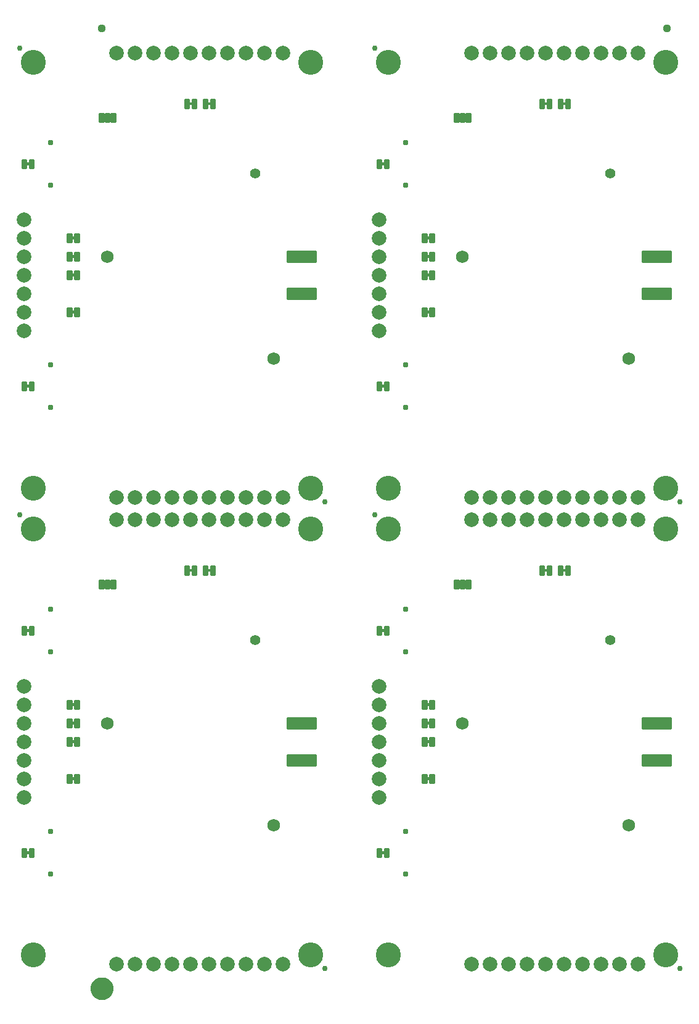
<source format=gbs>
G04 EAGLE Gerber RS-274X export*
G75*
%MOMM*%
%FSLAX34Y34*%
%LPD*%
%INSoldermask Bottom*%
%IPPOS*%
%AMOC8*
5,1,8,0,0,1.08239X$1,22.5*%
G01*
%ADD10C,3.429000*%
%ADD11C,0.228600*%
%ADD12C,0.762000*%
%ADD13C,0.228344*%
%ADD14C,0.777000*%
%ADD15C,0.227778*%
%ADD16C,2.006600*%
%ADD17C,1.727000*%
%ADD18C,1.397000*%
%ADD19C,1.127000*%
%ADD20C,1.270000*%
%ADD21C,1.627000*%

G36*
X81980Y955687D02*
X81980Y955687D01*
X82046Y955689D01*
X82089Y955707D01*
X82136Y955715D01*
X82193Y955749D01*
X82253Y955774D01*
X82288Y955805D01*
X82329Y955830D01*
X82371Y955881D01*
X82419Y955925D01*
X82441Y955967D01*
X82470Y956004D01*
X82491Y956066D01*
X82522Y956125D01*
X82530Y956179D01*
X82542Y956216D01*
X82541Y956256D01*
X82549Y956310D01*
X82549Y958850D01*
X82538Y958915D01*
X82536Y958981D01*
X82518Y959024D01*
X82510Y959071D01*
X82476Y959128D01*
X82451Y959188D01*
X82420Y959223D01*
X82395Y959264D01*
X82344Y959306D01*
X82300Y959354D01*
X82258Y959376D01*
X82221Y959405D01*
X82159Y959426D01*
X82100Y959457D01*
X82046Y959465D01*
X82009Y959477D01*
X81969Y959476D01*
X81915Y959484D01*
X78105Y959484D01*
X78040Y959473D01*
X77974Y959471D01*
X77931Y959453D01*
X77884Y959445D01*
X77827Y959411D01*
X77767Y959386D01*
X77732Y959355D01*
X77691Y959330D01*
X77650Y959279D01*
X77601Y959235D01*
X77579Y959193D01*
X77550Y959156D01*
X77529Y959094D01*
X77498Y959035D01*
X77490Y958981D01*
X77478Y958944D01*
X77478Y958941D01*
X77479Y958904D01*
X77471Y958850D01*
X77471Y956310D01*
X77482Y956245D01*
X77484Y956179D01*
X77502Y956136D01*
X77510Y956089D01*
X77544Y956032D01*
X77569Y955972D01*
X77600Y955937D01*
X77625Y955896D01*
X77676Y955855D01*
X77720Y955806D01*
X77762Y955784D01*
X77799Y955755D01*
X77861Y955734D01*
X77920Y955703D01*
X77974Y955695D01*
X78011Y955683D01*
X78051Y955684D01*
X78105Y955676D01*
X81915Y955676D01*
X81980Y955687D01*
G37*
G36*
X569660Y955687D02*
X569660Y955687D01*
X569726Y955689D01*
X569769Y955707D01*
X569816Y955715D01*
X569873Y955749D01*
X569933Y955774D01*
X569968Y955805D01*
X570009Y955830D01*
X570051Y955881D01*
X570099Y955925D01*
X570121Y955967D01*
X570150Y956004D01*
X570171Y956066D01*
X570202Y956125D01*
X570210Y956179D01*
X570222Y956216D01*
X570221Y956256D01*
X570229Y956310D01*
X570229Y958850D01*
X570218Y958915D01*
X570216Y958981D01*
X570198Y959024D01*
X570190Y959071D01*
X570156Y959128D01*
X570131Y959188D01*
X570100Y959223D01*
X570075Y959264D01*
X570024Y959306D01*
X569980Y959354D01*
X569938Y959376D01*
X569901Y959405D01*
X569839Y959426D01*
X569780Y959457D01*
X569726Y959465D01*
X569689Y959477D01*
X569649Y959476D01*
X569595Y959484D01*
X565785Y959484D01*
X565720Y959473D01*
X565654Y959471D01*
X565611Y959453D01*
X565564Y959445D01*
X565507Y959411D01*
X565447Y959386D01*
X565412Y959355D01*
X565371Y959330D01*
X565330Y959279D01*
X565281Y959235D01*
X565259Y959193D01*
X565230Y959156D01*
X565209Y959094D01*
X565178Y959035D01*
X565170Y958981D01*
X565158Y958944D01*
X565158Y958941D01*
X565159Y958904D01*
X565151Y958850D01*
X565151Y956310D01*
X565162Y956245D01*
X565164Y956179D01*
X565182Y956136D01*
X565190Y956089D01*
X565224Y956032D01*
X565249Y955972D01*
X565280Y955937D01*
X565305Y955896D01*
X565356Y955855D01*
X565400Y955806D01*
X565442Y955784D01*
X565479Y955755D01*
X565541Y955734D01*
X565600Y955703D01*
X565654Y955695D01*
X565691Y955683D01*
X565731Y955684D01*
X565785Y955676D01*
X569595Y955676D01*
X569660Y955687D01*
G37*
G36*
X81980Y904887D02*
X81980Y904887D01*
X82046Y904889D01*
X82089Y904907D01*
X82136Y904915D01*
X82193Y904949D01*
X82253Y904974D01*
X82288Y905005D01*
X82329Y905030D01*
X82371Y905081D01*
X82419Y905125D01*
X82441Y905167D01*
X82470Y905204D01*
X82491Y905266D01*
X82522Y905325D01*
X82530Y905379D01*
X82542Y905416D01*
X82541Y905456D01*
X82549Y905510D01*
X82549Y908050D01*
X82538Y908115D01*
X82536Y908181D01*
X82518Y908224D01*
X82510Y908271D01*
X82476Y908328D01*
X82451Y908388D01*
X82420Y908423D01*
X82395Y908464D01*
X82344Y908506D01*
X82300Y908554D01*
X82258Y908576D01*
X82221Y908605D01*
X82159Y908626D01*
X82100Y908657D01*
X82046Y908665D01*
X82009Y908677D01*
X81969Y908676D01*
X81915Y908684D01*
X78105Y908684D01*
X78040Y908673D01*
X77974Y908671D01*
X77931Y908653D01*
X77884Y908645D01*
X77827Y908611D01*
X77767Y908586D01*
X77732Y908555D01*
X77691Y908530D01*
X77650Y908479D01*
X77601Y908435D01*
X77579Y908393D01*
X77550Y908356D01*
X77529Y908294D01*
X77498Y908235D01*
X77490Y908181D01*
X77478Y908144D01*
X77478Y908141D01*
X77479Y908104D01*
X77471Y908050D01*
X77471Y905510D01*
X77482Y905445D01*
X77484Y905379D01*
X77502Y905336D01*
X77510Y905289D01*
X77544Y905232D01*
X77569Y905172D01*
X77600Y905137D01*
X77625Y905096D01*
X77676Y905055D01*
X77720Y905006D01*
X77762Y904984D01*
X77799Y904955D01*
X77861Y904934D01*
X77920Y904903D01*
X77974Y904895D01*
X78011Y904883D01*
X78051Y904884D01*
X78105Y904876D01*
X81915Y904876D01*
X81980Y904887D01*
G37*
G36*
X569660Y904887D02*
X569660Y904887D01*
X569726Y904889D01*
X569769Y904907D01*
X569816Y904915D01*
X569873Y904949D01*
X569933Y904974D01*
X569968Y905005D01*
X570009Y905030D01*
X570051Y905081D01*
X570099Y905125D01*
X570121Y905167D01*
X570150Y905204D01*
X570171Y905266D01*
X570202Y905325D01*
X570210Y905379D01*
X570222Y905416D01*
X570221Y905456D01*
X570229Y905510D01*
X570229Y908050D01*
X570218Y908115D01*
X570216Y908181D01*
X570198Y908224D01*
X570190Y908271D01*
X570156Y908328D01*
X570131Y908388D01*
X570100Y908423D01*
X570075Y908464D01*
X570024Y908506D01*
X569980Y908554D01*
X569938Y908576D01*
X569901Y908605D01*
X569839Y908626D01*
X569780Y908657D01*
X569726Y908665D01*
X569689Y908677D01*
X569649Y908676D01*
X569595Y908684D01*
X565785Y908684D01*
X565720Y908673D01*
X565654Y908671D01*
X565611Y908653D01*
X565564Y908645D01*
X565507Y908611D01*
X565447Y908586D01*
X565412Y908555D01*
X565371Y908530D01*
X565330Y908479D01*
X565281Y908435D01*
X565259Y908393D01*
X565230Y908356D01*
X565209Y908294D01*
X565178Y908235D01*
X565170Y908181D01*
X565158Y908144D01*
X565158Y908141D01*
X565159Y908104D01*
X565151Y908050D01*
X565151Y905510D01*
X565162Y905445D01*
X565164Y905379D01*
X565182Y905336D01*
X565190Y905289D01*
X565224Y905232D01*
X565249Y905172D01*
X565280Y905137D01*
X565305Y905096D01*
X565356Y905055D01*
X565400Y905006D01*
X565442Y904984D01*
X565479Y904955D01*
X565541Y904934D01*
X565600Y904903D01*
X565654Y904895D01*
X565691Y904883D01*
X565731Y904884D01*
X565785Y904876D01*
X569595Y904876D01*
X569660Y904887D01*
G37*
G36*
X243270Y1190637D02*
X243270Y1190637D01*
X243336Y1190639D01*
X243379Y1190657D01*
X243426Y1190665D01*
X243483Y1190699D01*
X243543Y1190724D01*
X243578Y1190755D01*
X243619Y1190780D01*
X243661Y1190831D01*
X243709Y1190875D01*
X243731Y1190917D01*
X243760Y1190954D01*
X243781Y1191016D01*
X243812Y1191075D01*
X243820Y1191129D01*
X243832Y1191166D01*
X243831Y1191206D01*
X243839Y1191260D01*
X243839Y1193800D01*
X243828Y1193865D01*
X243826Y1193931D01*
X243808Y1193974D01*
X243800Y1194021D01*
X243766Y1194078D01*
X243741Y1194138D01*
X243710Y1194173D01*
X243685Y1194214D01*
X243634Y1194256D01*
X243590Y1194304D01*
X243548Y1194326D01*
X243511Y1194355D01*
X243449Y1194376D01*
X243390Y1194407D01*
X243336Y1194415D01*
X243299Y1194427D01*
X243259Y1194426D01*
X243205Y1194434D01*
X239395Y1194434D01*
X239330Y1194423D01*
X239264Y1194421D01*
X239221Y1194403D01*
X239174Y1194395D01*
X239117Y1194361D01*
X239057Y1194336D01*
X239022Y1194305D01*
X238981Y1194280D01*
X238940Y1194229D01*
X238891Y1194185D01*
X238869Y1194143D01*
X238840Y1194106D01*
X238819Y1194044D01*
X238788Y1193985D01*
X238780Y1193931D01*
X238768Y1193894D01*
X238768Y1193891D01*
X238769Y1193854D01*
X238761Y1193800D01*
X238761Y1191260D01*
X238772Y1191195D01*
X238774Y1191129D01*
X238792Y1191086D01*
X238800Y1191039D01*
X238834Y1190982D01*
X238859Y1190922D01*
X238890Y1190887D01*
X238915Y1190846D01*
X238966Y1190805D01*
X239010Y1190756D01*
X239052Y1190734D01*
X239089Y1190705D01*
X239151Y1190684D01*
X239210Y1190653D01*
X239264Y1190645D01*
X239301Y1190633D01*
X239341Y1190634D01*
X239395Y1190626D01*
X243205Y1190626D01*
X243270Y1190637D01*
G37*
G36*
X268670Y1190637D02*
X268670Y1190637D01*
X268736Y1190639D01*
X268779Y1190657D01*
X268826Y1190665D01*
X268883Y1190699D01*
X268943Y1190724D01*
X268978Y1190755D01*
X269019Y1190780D01*
X269061Y1190831D01*
X269109Y1190875D01*
X269131Y1190917D01*
X269160Y1190954D01*
X269181Y1191016D01*
X269212Y1191075D01*
X269220Y1191129D01*
X269232Y1191166D01*
X269231Y1191206D01*
X269239Y1191260D01*
X269239Y1193800D01*
X269228Y1193865D01*
X269226Y1193931D01*
X269208Y1193974D01*
X269200Y1194021D01*
X269166Y1194078D01*
X269141Y1194138D01*
X269110Y1194173D01*
X269085Y1194214D01*
X269034Y1194256D01*
X268990Y1194304D01*
X268948Y1194326D01*
X268911Y1194355D01*
X268849Y1194376D01*
X268790Y1194407D01*
X268736Y1194415D01*
X268699Y1194427D01*
X268659Y1194426D01*
X268605Y1194434D01*
X264795Y1194434D01*
X264730Y1194423D01*
X264664Y1194421D01*
X264621Y1194403D01*
X264574Y1194395D01*
X264517Y1194361D01*
X264457Y1194336D01*
X264422Y1194305D01*
X264381Y1194280D01*
X264340Y1194229D01*
X264291Y1194185D01*
X264269Y1194143D01*
X264240Y1194106D01*
X264219Y1194044D01*
X264188Y1193985D01*
X264180Y1193931D01*
X264168Y1193894D01*
X264168Y1193891D01*
X264169Y1193854D01*
X264161Y1193800D01*
X264161Y1191260D01*
X264172Y1191195D01*
X264174Y1191129D01*
X264192Y1191086D01*
X264200Y1191039D01*
X264234Y1190982D01*
X264259Y1190922D01*
X264290Y1190887D01*
X264315Y1190846D01*
X264366Y1190805D01*
X264410Y1190756D01*
X264452Y1190734D01*
X264489Y1190705D01*
X264551Y1190684D01*
X264610Y1190653D01*
X264664Y1190645D01*
X264701Y1190633D01*
X264741Y1190634D01*
X264795Y1190626D01*
X268605Y1190626D01*
X268670Y1190637D01*
G37*
G36*
X730950Y1190637D02*
X730950Y1190637D01*
X731016Y1190639D01*
X731059Y1190657D01*
X731106Y1190665D01*
X731163Y1190699D01*
X731223Y1190724D01*
X731258Y1190755D01*
X731299Y1190780D01*
X731341Y1190831D01*
X731389Y1190875D01*
X731411Y1190917D01*
X731440Y1190954D01*
X731461Y1191016D01*
X731492Y1191075D01*
X731500Y1191129D01*
X731512Y1191166D01*
X731511Y1191206D01*
X731519Y1191260D01*
X731519Y1193800D01*
X731508Y1193865D01*
X731506Y1193931D01*
X731488Y1193974D01*
X731480Y1194021D01*
X731446Y1194078D01*
X731421Y1194138D01*
X731390Y1194173D01*
X731365Y1194214D01*
X731314Y1194256D01*
X731270Y1194304D01*
X731228Y1194326D01*
X731191Y1194355D01*
X731129Y1194376D01*
X731070Y1194407D01*
X731016Y1194415D01*
X730979Y1194427D01*
X730939Y1194426D01*
X730885Y1194434D01*
X727075Y1194434D01*
X727010Y1194423D01*
X726944Y1194421D01*
X726901Y1194403D01*
X726854Y1194395D01*
X726797Y1194361D01*
X726737Y1194336D01*
X726702Y1194305D01*
X726661Y1194280D01*
X726620Y1194229D01*
X726571Y1194185D01*
X726549Y1194143D01*
X726520Y1194106D01*
X726499Y1194044D01*
X726468Y1193985D01*
X726460Y1193931D01*
X726448Y1193894D01*
X726448Y1193891D01*
X726449Y1193854D01*
X726441Y1193800D01*
X726441Y1191260D01*
X726452Y1191195D01*
X726454Y1191129D01*
X726472Y1191086D01*
X726480Y1191039D01*
X726514Y1190982D01*
X726539Y1190922D01*
X726570Y1190887D01*
X726595Y1190846D01*
X726646Y1190805D01*
X726690Y1190756D01*
X726732Y1190734D01*
X726769Y1190705D01*
X726831Y1190684D01*
X726890Y1190653D01*
X726944Y1190645D01*
X726981Y1190633D01*
X727021Y1190634D01*
X727075Y1190626D01*
X730885Y1190626D01*
X730950Y1190637D01*
G37*
G36*
X756350Y1190637D02*
X756350Y1190637D01*
X756416Y1190639D01*
X756459Y1190657D01*
X756506Y1190665D01*
X756563Y1190699D01*
X756623Y1190724D01*
X756658Y1190755D01*
X756699Y1190780D01*
X756741Y1190831D01*
X756789Y1190875D01*
X756811Y1190917D01*
X756840Y1190954D01*
X756861Y1191016D01*
X756892Y1191075D01*
X756900Y1191129D01*
X756912Y1191166D01*
X756911Y1191206D01*
X756919Y1191260D01*
X756919Y1193800D01*
X756908Y1193865D01*
X756906Y1193931D01*
X756888Y1193974D01*
X756880Y1194021D01*
X756846Y1194078D01*
X756821Y1194138D01*
X756790Y1194173D01*
X756765Y1194214D01*
X756714Y1194256D01*
X756670Y1194304D01*
X756628Y1194326D01*
X756591Y1194355D01*
X756529Y1194376D01*
X756470Y1194407D01*
X756416Y1194415D01*
X756379Y1194427D01*
X756339Y1194426D01*
X756285Y1194434D01*
X752475Y1194434D01*
X752410Y1194423D01*
X752344Y1194421D01*
X752301Y1194403D01*
X752254Y1194395D01*
X752197Y1194361D01*
X752137Y1194336D01*
X752102Y1194305D01*
X752061Y1194280D01*
X752020Y1194229D01*
X751971Y1194185D01*
X751949Y1194143D01*
X751920Y1194106D01*
X751899Y1194044D01*
X751868Y1193985D01*
X751860Y1193931D01*
X751848Y1193894D01*
X751848Y1193891D01*
X751849Y1193854D01*
X751841Y1193800D01*
X751841Y1191260D01*
X751852Y1191195D01*
X751854Y1191129D01*
X751872Y1191086D01*
X751880Y1191039D01*
X751914Y1190982D01*
X751939Y1190922D01*
X751970Y1190887D01*
X751995Y1190846D01*
X752046Y1190805D01*
X752090Y1190756D01*
X752132Y1190734D01*
X752169Y1190705D01*
X752231Y1190684D01*
X752290Y1190653D01*
X752344Y1190645D01*
X752381Y1190633D01*
X752421Y1190634D01*
X752475Y1190626D01*
X756285Y1190626D01*
X756350Y1190637D01*
G37*
G36*
X507430Y1108087D02*
X507430Y1108087D01*
X507496Y1108089D01*
X507539Y1108107D01*
X507586Y1108115D01*
X507643Y1108149D01*
X507703Y1108174D01*
X507738Y1108205D01*
X507779Y1108230D01*
X507821Y1108281D01*
X507869Y1108325D01*
X507891Y1108367D01*
X507920Y1108404D01*
X507941Y1108466D01*
X507972Y1108525D01*
X507980Y1108579D01*
X507992Y1108616D01*
X507991Y1108656D01*
X507999Y1108710D01*
X507999Y1111250D01*
X507988Y1111315D01*
X507986Y1111381D01*
X507968Y1111424D01*
X507960Y1111471D01*
X507926Y1111528D01*
X507901Y1111588D01*
X507870Y1111623D01*
X507845Y1111664D01*
X507794Y1111706D01*
X507750Y1111754D01*
X507708Y1111776D01*
X507671Y1111805D01*
X507609Y1111826D01*
X507550Y1111857D01*
X507496Y1111865D01*
X507459Y1111877D01*
X507419Y1111876D01*
X507365Y1111884D01*
X503555Y1111884D01*
X503490Y1111873D01*
X503424Y1111871D01*
X503381Y1111853D01*
X503334Y1111845D01*
X503277Y1111811D01*
X503217Y1111786D01*
X503182Y1111755D01*
X503141Y1111730D01*
X503100Y1111679D01*
X503051Y1111635D01*
X503029Y1111593D01*
X503000Y1111556D01*
X502979Y1111494D01*
X502948Y1111435D01*
X502940Y1111381D01*
X502928Y1111344D01*
X502928Y1111341D01*
X502929Y1111304D01*
X502921Y1111250D01*
X502921Y1108710D01*
X502932Y1108645D01*
X502934Y1108579D01*
X502952Y1108536D01*
X502960Y1108489D01*
X502994Y1108432D01*
X503019Y1108372D01*
X503050Y1108337D01*
X503075Y1108296D01*
X503126Y1108255D01*
X503170Y1108206D01*
X503212Y1108184D01*
X503249Y1108155D01*
X503311Y1108134D01*
X503370Y1108103D01*
X503424Y1108095D01*
X503461Y1108083D01*
X503501Y1108084D01*
X503555Y1108076D01*
X507365Y1108076D01*
X507430Y1108087D01*
G37*
G36*
X19750Y1108087D02*
X19750Y1108087D01*
X19816Y1108089D01*
X19859Y1108107D01*
X19906Y1108115D01*
X19963Y1108149D01*
X20023Y1108174D01*
X20058Y1108205D01*
X20099Y1108230D01*
X20141Y1108281D01*
X20189Y1108325D01*
X20211Y1108367D01*
X20240Y1108404D01*
X20261Y1108466D01*
X20292Y1108525D01*
X20300Y1108579D01*
X20312Y1108616D01*
X20311Y1108656D01*
X20319Y1108710D01*
X20319Y1111250D01*
X20308Y1111315D01*
X20306Y1111381D01*
X20288Y1111424D01*
X20280Y1111471D01*
X20246Y1111528D01*
X20221Y1111588D01*
X20190Y1111623D01*
X20165Y1111664D01*
X20114Y1111706D01*
X20070Y1111754D01*
X20028Y1111776D01*
X19991Y1111805D01*
X19929Y1111826D01*
X19870Y1111857D01*
X19816Y1111865D01*
X19779Y1111877D01*
X19739Y1111876D01*
X19685Y1111884D01*
X15875Y1111884D01*
X15810Y1111873D01*
X15744Y1111871D01*
X15701Y1111853D01*
X15654Y1111845D01*
X15597Y1111811D01*
X15537Y1111786D01*
X15502Y1111755D01*
X15461Y1111730D01*
X15420Y1111679D01*
X15371Y1111635D01*
X15349Y1111593D01*
X15320Y1111556D01*
X15299Y1111494D01*
X15268Y1111435D01*
X15260Y1111381D01*
X15248Y1111344D01*
X15248Y1111341D01*
X15249Y1111304D01*
X15241Y1111250D01*
X15241Y1108710D01*
X15252Y1108645D01*
X15254Y1108579D01*
X15272Y1108536D01*
X15280Y1108489D01*
X15314Y1108432D01*
X15339Y1108372D01*
X15370Y1108337D01*
X15395Y1108296D01*
X15446Y1108255D01*
X15490Y1108206D01*
X15532Y1108184D01*
X15569Y1108155D01*
X15631Y1108134D01*
X15690Y1108103D01*
X15744Y1108095D01*
X15781Y1108083D01*
X15821Y1108084D01*
X15875Y1108076D01*
X19685Y1108076D01*
X19750Y1108087D01*
G37*
G36*
X569660Y1006487D02*
X569660Y1006487D01*
X569726Y1006489D01*
X569769Y1006507D01*
X569816Y1006515D01*
X569873Y1006549D01*
X569933Y1006574D01*
X569968Y1006605D01*
X570009Y1006630D01*
X570051Y1006681D01*
X570099Y1006725D01*
X570121Y1006767D01*
X570150Y1006804D01*
X570171Y1006866D01*
X570202Y1006925D01*
X570210Y1006979D01*
X570222Y1007016D01*
X570221Y1007056D01*
X570229Y1007110D01*
X570229Y1009650D01*
X570218Y1009715D01*
X570216Y1009781D01*
X570198Y1009824D01*
X570190Y1009871D01*
X570156Y1009928D01*
X570131Y1009988D01*
X570100Y1010023D01*
X570075Y1010064D01*
X570024Y1010106D01*
X569980Y1010154D01*
X569938Y1010176D01*
X569901Y1010205D01*
X569839Y1010226D01*
X569780Y1010257D01*
X569726Y1010265D01*
X569689Y1010277D01*
X569649Y1010276D01*
X569595Y1010284D01*
X565785Y1010284D01*
X565720Y1010273D01*
X565654Y1010271D01*
X565611Y1010253D01*
X565564Y1010245D01*
X565507Y1010211D01*
X565447Y1010186D01*
X565412Y1010155D01*
X565371Y1010130D01*
X565330Y1010079D01*
X565281Y1010035D01*
X565259Y1009993D01*
X565230Y1009956D01*
X565209Y1009894D01*
X565178Y1009835D01*
X565170Y1009781D01*
X565158Y1009744D01*
X565158Y1009741D01*
X565159Y1009704D01*
X565151Y1009650D01*
X565151Y1007110D01*
X565162Y1007045D01*
X565164Y1006979D01*
X565182Y1006936D01*
X565190Y1006889D01*
X565224Y1006832D01*
X565249Y1006772D01*
X565280Y1006737D01*
X565305Y1006696D01*
X565356Y1006655D01*
X565400Y1006606D01*
X565442Y1006584D01*
X565479Y1006555D01*
X565541Y1006534D01*
X565600Y1006503D01*
X565654Y1006495D01*
X565691Y1006483D01*
X565731Y1006484D01*
X565785Y1006476D01*
X569595Y1006476D01*
X569660Y1006487D01*
G37*
G36*
X81980Y1006487D02*
X81980Y1006487D01*
X82046Y1006489D01*
X82089Y1006507D01*
X82136Y1006515D01*
X82193Y1006549D01*
X82253Y1006574D01*
X82288Y1006605D01*
X82329Y1006630D01*
X82371Y1006681D01*
X82419Y1006725D01*
X82441Y1006767D01*
X82470Y1006804D01*
X82491Y1006866D01*
X82522Y1006925D01*
X82530Y1006979D01*
X82542Y1007016D01*
X82541Y1007056D01*
X82549Y1007110D01*
X82549Y1009650D01*
X82538Y1009715D01*
X82536Y1009781D01*
X82518Y1009824D01*
X82510Y1009871D01*
X82476Y1009928D01*
X82451Y1009988D01*
X82420Y1010023D01*
X82395Y1010064D01*
X82344Y1010106D01*
X82300Y1010154D01*
X82258Y1010176D01*
X82221Y1010205D01*
X82159Y1010226D01*
X82100Y1010257D01*
X82046Y1010265D01*
X82009Y1010277D01*
X81969Y1010276D01*
X81915Y1010284D01*
X78105Y1010284D01*
X78040Y1010273D01*
X77974Y1010271D01*
X77931Y1010253D01*
X77884Y1010245D01*
X77827Y1010211D01*
X77767Y1010186D01*
X77732Y1010155D01*
X77691Y1010130D01*
X77650Y1010079D01*
X77601Y1010035D01*
X77579Y1009993D01*
X77550Y1009956D01*
X77529Y1009894D01*
X77498Y1009835D01*
X77490Y1009781D01*
X77478Y1009744D01*
X77478Y1009741D01*
X77479Y1009704D01*
X77471Y1009650D01*
X77471Y1007110D01*
X77482Y1007045D01*
X77484Y1006979D01*
X77502Y1006936D01*
X77510Y1006889D01*
X77544Y1006832D01*
X77569Y1006772D01*
X77600Y1006737D01*
X77625Y1006696D01*
X77676Y1006655D01*
X77720Y1006606D01*
X77762Y1006584D01*
X77799Y1006555D01*
X77861Y1006534D01*
X77920Y1006503D01*
X77974Y1006495D01*
X78011Y1006483D01*
X78051Y1006484D01*
X78105Y1006476D01*
X81915Y1006476D01*
X81980Y1006487D01*
G37*
G36*
X569660Y981087D02*
X569660Y981087D01*
X569726Y981089D01*
X569769Y981107D01*
X569816Y981115D01*
X569873Y981149D01*
X569933Y981174D01*
X569968Y981205D01*
X570009Y981230D01*
X570051Y981281D01*
X570099Y981325D01*
X570121Y981367D01*
X570150Y981404D01*
X570171Y981466D01*
X570202Y981525D01*
X570210Y981579D01*
X570222Y981616D01*
X570221Y981656D01*
X570229Y981710D01*
X570229Y984250D01*
X570218Y984315D01*
X570216Y984381D01*
X570198Y984424D01*
X570190Y984471D01*
X570156Y984528D01*
X570131Y984588D01*
X570100Y984623D01*
X570075Y984664D01*
X570024Y984706D01*
X569980Y984754D01*
X569938Y984776D01*
X569901Y984805D01*
X569839Y984826D01*
X569780Y984857D01*
X569726Y984865D01*
X569689Y984877D01*
X569649Y984876D01*
X569595Y984884D01*
X565785Y984884D01*
X565720Y984873D01*
X565654Y984871D01*
X565611Y984853D01*
X565564Y984845D01*
X565507Y984811D01*
X565447Y984786D01*
X565412Y984755D01*
X565371Y984730D01*
X565330Y984679D01*
X565281Y984635D01*
X565259Y984593D01*
X565230Y984556D01*
X565209Y984494D01*
X565178Y984435D01*
X565170Y984381D01*
X565158Y984344D01*
X565158Y984341D01*
X565159Y984304D01*
X565151Y984250D01*
X565151Y981710D01*
X565162Y981645D01*
X565164Y981579D01*
X565182Y981536D01*
X565190Y981489D01*
X565224Y981432D01*
X565249Y981372D01*
X565280Y981337D01*
X565305Y981296D01*
X565356Y981255D01*
X565400Y981206D01*
X565442Y981184D01*
X565479Y981155D01*
X565541Y981134D01*
X565600Y981103D01*
X565654Y981095D01*
X565691Y981083D01*
X565731Y981084D01*
X565785Y981076D01*
X569595Y981076D01*
X569660Y981087D01*
G37*
G36*
X81980Y981087D02*
X81980Y981087D01*
X82046Y981089D01*
X82089Y981107D01*
X82136Y981115D01*
X82193Y981149D01*
X82253Y981174D01*
X82288Y981205D01*
X82329Y981230D01*
X82371Y981281D01*
X82419Y981325D01*
X82441Y981367D01*
X82470Y981404D01*
X82491Y981466D01*
X82522Y981525D01*
X82530Y981579D01*
X82542Y981616D01*
X82541Y981656D01*
X82549Y981710D01*
X82549Y984250D01*
X82538Y984315D01*
X82536Y984381D01*
X82518Y984424D01*
X82510Y984471D01*
X82476Y984528D01*
X82451Y984588D01*
X82420Y984623D01*
X82395Y984664D01*
X82344Y984706D01*
X82300Y984754D01*
X82258Y984776D01*
X82221Y984805D01*
X82159Y984826D01*
X82100Y984857D01*
X82046Y984865D01*
X82009Y984877D01*
X81969Y984876D01*
X81915Y984884D01*
X78105Y984884D01*
X78040Y984873D01*
X77974Y984871D01*
X77931Y984853D01*
X77884Y984845D01*
X77827Y984811D01*
X77767Y984786D01*
X77732Y984755D01*
X77691Y984730D01*
X77650Y984679D01*
X77601Y984635D01*
X77579Y984593D01*
X77550Y984556D01*
X77529Y984494D01*
X77498Y984435D01*
X77490Y984381D01*
X77478Y984344D01*
X77478Y984341D01*
X77479Y984304D01*
X77471Y984250D01*
X77471Y981710D01*
X77482Y981645D01*
X77484Y981579D01*
X77502Y981536D01*
X77510Y981489D01*
X77544Y981432D01*
X77569Y981372D01*
X77600Y981337D01*
X77625Y981296D01*
X77676Y981255D01*
X77720Y981206D01*
X77762Y981184D01*
X77799Y981155D01*
X77861Y981134D01*
X77920Y981103D01*
X77974Y981095D01*
X78011Y981083D01*
X78051Y981084D01*
X78105Y981076D01*
X81915Y981076D01*
X81980Y981087D01*
G37*
G36*
X19750Y803287D02*
X19750Y803287D01*
X19816Y803289D01*
X19859Y803307D01*
X19906Y803315D01*
X19963Y803349D01*
X20023Y803374D01*
X20058Y803405D01*
X20099Y803430D01*
X20141Y803481D01*
X20189Y803525D01*
X20211Y803567D01*
X20240Y803604D01*
X20261Y803666D01*
X20292Y803725D01*
X20300Y803779D01*
X20312Y803816D01*
X20311Y803856D01*
X20319Y803910D01*
X20319Y806450D01*
X20308Y806515D01*
X20306Y806581D01*
X20288Y806624D01*
X20280Y806671D01*
X20246Y806728D01*
X20221Y806788D01*
X20190Y806823D01*
X20165Y806864D01*
X20114Y806906D01*
X20070Y806954D01*
X20028Y806976D01*
X19991Y807005D01*
X19929Y807026D01*
X19870Y807057D01*
X19816Y807065D01*
X19779Y807077D01*
X19739Y807076D01*
X19685Y807084D01*
X15875Y807084D01*
X15810Y807073D01*
X15744Y807071D01*
X15701Y807053D01*
X15654Y807045D01*
X15597Y807011D01*
X15537Y806986D01*
X15502Y806955D01*
X15461Y806930D01*
X15420Y806879D01*
X15371Y806835D01*
X15349Y806793D01*
X15320Y806756D01*
X15299Y806694D01*
X15268Y806635D01*
X15260Y806581D01*
X15248Y806544D01*
X15248Y806541D01*
X15249Y806504D01*
X15241Y806450D01*
X15241Y803910D01*
X15252Y803845D01*
X15254Y803779D01*
X15272Y803736D01*
X15280Y803689D01*
X15314Y803632D01*
X15339Y803572D01*
X15370Y803537D01*
X15395Y803496D01*
X15446Y803455D01*
X15490Y803406D01*
X15532Y803384D01*
X15569Y803355D01*
X15631Y803334D01*
X15690Y803303D01*
X15744Y803295D01*
X15781Y803283D01*
X15821Y803284D01*
X15875Y803276D01*
X19685Y803276D01*
X19750Y803287D01*
G37*
G36*
X507430Y803287D02*
X507430Y803287D01*
X507496Y803289D01*
X507539Y803307D01*
X507586Y803315D01*
X507643Y803349D01*
X507703Y803374D01*
X507738Y803405D01*
X507779Y803430D01*
X507821Y803481D01*
X507869Y803525D01*
X507891Y803567D01*
X507920Y803604D01*
X507941Y803666D01*
X507972Y803725D01*
X507980Y803779D01*
X507992Y803816D01*
X507991Y803856D01*
X507999Y803910D01*
X507999Y806450D01*
X507988Y806515D01*
X507986Y806581D01*
X507968Y806624D01*
X507960Y806671D01*
X507926Y806728D01*
X507901Y806788D01*
X507870Y806823D01*
X507845Y806864D01*
X507794Y806906D01*
X507750Y806954D01*
X507708Y806976D01*
X507671Y807005D01*
X507609Y807026D01*
X507550Y807057D01*
X507496Y807065D01*
X507459Y807077D01*
X507419Y807076D01*
X507365Y807084D01*
X503555Y807084D01*
X503490Y807073D01*
X503424Y807071D01*
X503381Y807053D01*
X503334Y807045D01*
X503277Y807011D01*
X503217Y806986D01*
X503182Y806955D01*
X503141Y806930D01*
X503100Y806879D01*
X503051Y806835D01*
X503029Y806793D01*
X503000Y806756D01*
X502979Y806694D01*
X502948Y806635D01*
X502940Y806581D01*
X502928Y806544D01*
X502928Y806541D01*
X502929Y806504D01*
X502921Y806450D01*
X502921Y803910D01*
X502932Y803845D01*
X502934Y803779D01*
X502952Y803736D01*
X502960Y803689D01*
X502994Y803632D01*
X503019Y803572D01*
X503050Y803537D01*
X503075Y803496D01*
X503126Y803455D01*
X503170Y803406D01*
X503212Y803384D01*
X503249Y803355D01*
X503311Y803334D01*
X503370Y803303D01*
X503424Y803295D01*
X503461Y803283D01*
X503501Y803284D01*
X503555Y803276D01*
X507365Y803276D01*
X507430Y803287D01*
G37*
G36*
X730950Y550557D02*
X730950Y550557D01*
X731016Y550559D01*
X731059Y550577D01*
X731106Y550585D01*
X731163Y550619D01*
X731223Y550644D01*
X731258Y550675D01*
X731299Y550700D01*
X731341Y550751D01*
X731389Y550795D01*
X731411Y550837D01*
X731440Y550874D01*
X731461Y550936D01*
X731492Y550995D01*
X731500Y551049D01*
X731512Y551086D01*
X731511Y551126D01*
X731519Y551180D01*
X731519Y553720D01*
X731508Y553785D01*
X731506Y553851D01*
X731488Y553894D01*
X731480Y553941D01*
X731446Y553998D01*
X731421Y554058D01*
X731390Y554093D01*
X731365Y554134D01*
X731314Y554176D01*
X731270Y554224D01*
X731228Y554246D01*
X731191Y554275D01*
X731129Y554296D01*
X731070Y554327D01*
X731016Y554335D01*
X730979Y554347D01*
X730939Y554346D01*
X730885Y554354D01*
X727075Y554354D01*
X727010Y554343D01*
X726944Y554341D01*
X726901Y554323D01*
X726854Y554315D01*
X726797Y554281D01*
X726737Y554256D01*
X726702Y554225D01*
X726661Y554200D01*
X726620Y554149D01*
X726571Y554105D01*
X726549Y554063D01*
X726520Y554026D01*
X726499Y553964D01*
X726468Y553905D01*
X726460Y553851D01*
X726448Y553814D01*
X726448Y553811D01*
X726449Y553774D01*
X726441Y553720D01*
X726441Y551180D01*
X726452Y551115D01*
X726454Y551049D01*
X726472Y551006D01*
X726480Y550959D01*
X726514Y550902D01*
X726539Y550842D01*
X726570Y550807D01*
X726595Y550766D01*
X726646Y550725D01*
X726690Y550676D01*
X726732Y550654D01*
X726769Y550625D01*
X726831Y550604D01*
X726890Y550573D01*
X726944Y550565D01*
X726981Y550553D01*
X727021Y550554D01*
X727075Y550546D01*
X730885Y550546D01*
X730950Y550557D01*
G37*
G36*
X756350Y550557D02*
X756350Y550557D01*
X756416Y550559D01*
X756459Y550577D01*
X756506Y550585D01*
X756563Y550619D01*
X756623Y550644D01*
X756658Y550675D01*
X756699Y550700D01*
X756741Y550751D01*
X756789Y550795D01*
X756811Y550837D01*
X756840Y550874D01*
X756861Y550936D01*
X756892Y550995D01*
X756900Y551049D01*
X756912Y551086D01*
X756911Y551126D01*
X756919Y551180D01*
X756919Y553720D01*
X756908Y553785D01*
X756906Y553851D01*
X756888Y553894D01*
X756880Y553941D01*
X756846Y553998D01*
X756821Y554058D01*
X756790Y554093D01*
X756765Y554134D01*
X756714Y554176D01*
X756670Y554224D01*
X756628Y554246D01*
X756591Y554275D01*
X756529Y554296D01*
X756470Y554327D01*
X756416Y554335D01*
X756379Y554347D01*
X756339Y554346D01*
X756285Y554354D01*
X752475Y554354D01*
X752410Y554343D01*
X752344Y554341D01*
X752301Y554323D01*
X752254Y554315D01*
X752197Y554281D01*
X752137Y554256D01*
X752102Y554225D01*
X752061Y554200D01*
X752020Y554149D01*
X751971Y554105D01*
X751949Y554063D01*
X751920Y554026D01*
X751899Y553964D01*
X751868Y553905D01*
X751860Y553851D01*
X751848Y553814D01*
X751848Y553811D01*
X751849Y553774D01*
X751841Y553720D01*
X751841Y551180D01*
X751852Y551115D01*
X751854Y551049D01*
X751872Y551006D01*
X751880Y550959D01*
X751914Y550902D01*
X751939Y550842D01*
X751970Y550807D01*
X751995Y550766D01*
X752046Y550725D01*
X752090Y550676D01*
X752132Y550654D01*
X752169Y550625D01*
X752231Y550604D01*
X752290Y550573D01*
X752344Y550565D01*
X752381Y550553D01*
X752421Y550554D01*
X752475Y550546D01*
X756285Y550546D01*
X756350Y550557D01*
G37*
G36*
X243270Y550557D02*
X243270Y550557D01*
X243336Y550559D01*
X243379Y550577D01*
X243426Y550585D01*
X243483Y550619D01*
X243543Y550644D01*
X243578Y550675D01*
X243619Y550700D01*
X243661Y550751D01*
X243709Y550795D01*
X243731Y550837D01*
X243760Y550874D01*
X243781Y550936D01*
X243812Y550995D01*
X243820Y551049D01*
X243832Y551086D01*
X243831Y551126D01*
X243839Y551180D01*
X243839Y553720D01*
X243828Y553785D01*
X243826Y553851D01*
X243808Y553894D01*
X243800Y553941D01*
X243766Y553998D01*
X243741Y554058D01*
X243710Y554093D01*
X243685Y554134D01*
X243634Y554176D01*
X243590Y554224D01*
X243548Y554246D01*
X243511Y554275D01*
X243449Y554296D01*
X243390Y554327D01*
X243336Y554335D01*
X243299Y554347D01*
X243259Y554346D01*
X243205Y554354D01*
X239395Y554354D01*
X239330Y554343D01*
X239264Y554341D01*
X239221Y554323D01*
X239174Y554315D01*
X239117Y554281D01*
X239057Y554256D01*
X239022Y554225D01*
X238981Y554200D01*
X238940Y554149D01*
X238891Y554105D01*
X238869Y554063D01*
X238840Y554026D01*
X238819Y553964D01*
X238788Y553905D01*
X238780Y553851D01*
X238768Y553814D01*
X238768Y553811D01*
X238769Y553774D01*
X238761Y553720D01*
X238761Y551180D01*
X238772Y551115D01*
X238774Y551049D01*
X238792Y551006D01*
X238800Y550959D01*
X238834Y550902D01*
X238859Y550842D01*
X238890Y550807D01*
X238915Y550766D01*
X238966Y550725D01*
X239010Y550676D01*
X239052Y550654D01*
X239089Y550625D01*
X239151Y550604D01*
X239210Y550573D01*
X239264Y550565D01*
X239301Y550553D01*
X239341Y550554D01*
X239395Y550546D01*
X243205Y550546D01*
X243270Y550557D01*
G37*
G36*
X268670Y550557D02*
X268670Y550557D01*
X268736Y550559D01*
X268779Y550577D01*
X268826Y550585D01*
X268883Y550619D01*
X268943Y550644D01*
X268978Y550675D01*
X269019Y550700D01*
X269061Y550751D01*
X269109Y550795D01*
X269131Y550837D01*
X269160Y550874D01*
X269181Y550936D01*
X269212Y550995D01*
X269220Y551049D01*
X269232Y551086D01*
X269231Y551126D01*
X269239Y551180D01*
X269239Y553720D01*
X269228Y553785D01*
X269226Y553851D01*
X269208Y553894D01*
X269200Y553941D01*
X269166Y553998D01*
X269141Y554058D01*
X269110Y554093D01*
X269085Y554134D01*
X269034Y554176D01*
X268990Y554224D01*
X268948Y554246D01*
X268911Y554275D01*
X268849Y554296D01*
X268790Y554327D01*
X268736Y554335D01*
X268699Y554347D01*
X268659Y554346D01*
X268605Y554354D01*
X264795Y554354D01*
X264730Y554343D01*
X264664Y554341D01*
X264621Y554323D01*
X264574Y554315D01*
X264517Y554281D01*
X264457Y554256D01*
X264422Y554225D01*
X264381Y554200D01*
X264340Y554149D01*
X264291Y554105D01*
X264269Y554063D01*
X264240Y554026D01*
X264219Y553964D01*
X264188Y553905D01*
X264180Y553851D01*
X264168Y553814D01*
X264168Y553811D01*
X264169Y553774D01*
X264161Y553720D01*
X264161Y551180D01*
X264172Y551115D01*
X264174Y551049D01*
X264192Y551006D01*
X264200Y550959D01*
X264234Y550902D01*
X264259Y550842D01*
X264290Y550807D01*
X264315Y550766D01*
X264366Y550725D01*
X264410Y550676D01*
X264452Y550654D01*
X264489Y550625D01*
X264551Y550604D01*
X264610Y550573D01*
X264664Y550565D01*
X264701Y550553D01*
X264741Y550554D01*
X264795Y550546D01*
X268605Y550546D01*
X268670Y550557D01*
G37*
G36*
X507430Y468007D02*
X507430Y468007D01*
X507496Y468009D01*
X507539Y468027D01*
X507586Y468035D01*
X507643Y468069D01*
X507703Y468094D01*
X507738Y468125D01*
X507779Y468150D01*
X507821Y468201D01*
X507869Y468245D01*
X507891Y468287D01*
X507920Y468324D01*
X507941Y468386D01*
X507972Y468445D01*
X507980Y468499D01*
X507992Y468536D01*
X507991Y468576D01*
X507999Y468630D01*
X507999Y471170D01*
X507988Y471235D01*
X507986Y471301D01*
X507968Y471344D01*
X507960Y471391D01*
X507926Y471448D01*
X507901Y471508D01*
X507870Y471543D01*
X507845Y471584D01*
X507794Y471626D01*
X507750Y471674D01*
X507708Y471696D01*
X507671Y471725D01*
X507609Y471746D01*
X507550Y471777D01*
X507496Y471785D01*
X507459Y471797D01*
X507419Y471796D01*
X507365Y471804D01*
X503555Y471804D01*
X503490Y471793D01*
X503424Y471791D01*
X503381Y471773D01*
X503334Y471765D01*
X503277Y471731D01*
X503217Y471706D01*
X503182Y471675D01*
X503141Y471650D01*
X503100Y471599D01*
X503051Y471555D01*
X503029Y471513D01*
X503000Y471476D01*
X502979Y471414D01*
X502948Y471355D01*
X502940Y471301D01*
X502928Y471264D01*
X502928Y471261D01*
X502929Y471224D01*
X502921Y471170D01*
X502921Y468630D01*
X502932Y468565D01*
X502934Y468499D01*
X502952Y468456D01*
X502960Y468409D01*
X502994Y468352D01*
X503019Y468292D01*
X503050Y468257D01*
X503075Y468216D01*
X503126Y468175D01*
X503170Y468126D01*
X503212Y468104D01*
X503249Y468075D01*
X503311Y468054D01*
X503370Y468023D01*
X503424Y468015D01*
X503461Y468003D01*
X503501Y468004D01*
X503555Y467996D01*
X507365Y467996D01*
X507430Y468007D01*
G37*
G36*
X19750Y468007D02*
X19750Y468007D01*
X19816Y468009D01*
X19859Y468027D01*
X19906Y468035D01*
X19963Y468069D01*
X20023Y468094D01*
X20058Y468125D01*
X20099Y468150D01*
X20141Y468201D01*
X20189Y468245D01*
X20211Y468287D01*
X20240Y468324D01*
X20261Y468386D01*
X20292Y468445D01*
X20300Y468499D01*
X20312Y468536D01*
X20311Y468576D01*
X20319Y468630D01*
X20319Y471170D01*
X20308Y471235D01*
X20306Y471301D01*
X20288Y471344D01*
X20280Y471391D01*
X20246Y471448D01*
X20221Y471508D01*
X20190Y471543D01*
X20165Y471584D01*
X20114Y471626D01*
X20070Y471674D01*
X20028Y471696D01*
X19991Y471725D01*
X19929Y471746D01*
X19870Y471777D01*
X19816Y471785D01*
X19779Y471797D01*
X19739Y471796D01*
X19685Y471804D01*
X15875Y471804D01*
X15810Y471793D01*
X15744Y471791D01*
X15701Y471773D01*
X15654Y471765D01*
X15597Y471731D01*
X15537Y471706D01*
X15502Y471675D01*
X15461Y471650D01*
X15420Y471599D01*
X15371Y471555D01*
X15349Y471513D01*
X15320Y471476D01*
X15299Y471414D01*
X15268Y471355D01*
X15260Y471301D01*
X15248Y471264D01*
X15248Y471261D01*
X15249Y471224D01*
X15241Y471170D01*
X15241Y468630D01*
X15252Y468565D01*
X15254Y468499D01*
X15272Y468456D01*
X15280Y468409D01*
X15314Y468352D01*
X15339Y468292D01*
X15370Y468257D01*
X15395Y468216D01*
X15446Y468175D01*
X15490Y468126D01*
X15532Y468104D01*
X15569Y468075D01*
X15631Y468054D01*
X15690Y468023D01*
X15744Y468015D01*
X15781Y468003D01*
X15821Y468004D01*
X15875Y467996D01*
X19685Y467996D01*
X19750Y468007D01*
G37*
G36*
X569660Y366407D02*
X569660Y366407D01*
X569726Y366409D01*
X569769Y366427D01*
X569816Y366435D01*
X569873Y366469D01*
X569933Y366494D01*
X569968Y366525D01*
X570009Y366550D01*
X570051Y366601D01*
X570099Y366645D01*
X570121Y366687D01*
X570150Y366724D01*
X570171Y366786D01*
X570202Y366845D01*
X570210Y366899D01*
X570222Y366936D01*
X570221Y366976D01*
X570229Y367030D01*
X570229Y369570D01*
X570218Y369635D01*
X570216Y369701D01*
X570198Y369744D01*
X570190Y369791D01*
X570156Y369848D01*
X570131Y369908D01*
X570100Y369943D01*
X570075Y369984D01*
X570024Y370026D01*
X569980Y370074D01*
X569938Y370096D01*
X569901Y370125D01*
X569839Y370146D01*
X569780Y370177D01*
X569726Y370185D01*
X569689Y370197D01*
X569649Y370196D01*
X569595Y370204D01*
X565785Y370204D01*
X565720Y370193D01*
X565654Y370191D01*
X565611Y370173D01*
X565564Y370165D01*
X565507Y370131D01*
X565447Y370106D01*
X565412Y370075D01*
X565371Y370050D01*
X565330Y369999D01*
X565281Y369955D01*
X565259Y369913D01*
X565230Y369876D01*
X565209Y369814D01*
X565178Y369755D01*
X565170Y369701D01*
X565158Y369664D01*
X565158Y369661D01*
X565159Y369624D01*
X565151Y369570D01*
X565151Y367030D01*
X565162Y366965D01*
X565164Y366899D01*
X565182Y366856D01*
X565190Y366809D01*
X565224Y366752D01*
X565249Y366692D01*
X565280Y366657D01*
X565305Y366616D01*
X565356Y366575D01*
X565400Y366526D01*
X565442Y366504D01*
X565479Y366475D01*
X565541Y366454D01*
X565600Y366423D01*
X565654Y366415D01*
X565691Y366403D01*
X565731Y366404D01*
X565785Y366396D01*
X569595Y366396D01*
X569660Y366407D01*
G37*
G36*
X81980Y366407D02*
X81980Y366407D01*
X82046Y366409D01*
X82089Y366427D01*
X82136Y366435D01*
X82193Y366469D01*
X82253Y366494D01*
X82288Y366525D01*
X82329Y366550D01*
X82371Y366601D01*
X82419Y366645D01*
X82441Y366687D01*
X82470Y366724D01*
X82491Y366786D01*
X82522Y366845D01*
X82530Y366899D01*
X82542Y366936D01*
X82541Y366976D01*
X82549Y367030D01*
X82549Y369570D01*
X82538Y369635D01*
X82536Y369701D01*
X82518Y369744D01*
X82510Y369791D01*
X82476Y369848D01*
X82451Y369908D01*
X82420Y369943D01*
X82395Y369984D01*
X82344Y370026D01*
X82300Y370074D01*
X82258Y370096D01*
X82221Y370125D01*
X82159Y370146D01*
X82100Y370177D01*
X82046Y370185D01*
X82009Y370197D01*
X81969Y370196D01*
X81915Y370204D01*
X78105Y370204D01*
X78040Y370193D01*
X77974Y370191D01*
X77931Y370173D01*
X77884Y370165D01*
X77827Y370131D01*
X77767Y370106D01*
X77732Y370075D01*
X77691Y370050D01*
X77650Y369999D01*
X77601Y369955D01*
X77579Y369913D01*
X77550Y369876D01*
X77529Y369814D01*
X77498Y369755D01*
X77490Y369701D01*
X77478Y369664D01*
X77478Y369661D01*
X77479Y369624D01*
X77471Y369570D01*
X77471Y367030D01*
X77482Y366965D01*
X77484Y366899D01*
X77502Y366856D01*
X77510Y366809D01*
X77544Y366752D01*
X77569Y366692D01*
X77600Y366657D01*
X77625Y366616D01*
X77676Y366575D01*
X77720Y366526D01*
X77762Y366504D01*
X77799Y366475D01*
X77861Y366454D01*
X77920Y366423D01*
X77974Y366415D01*
X78011Y366403D01*
X78051Y366404D01*
X78105Y366396D01*
X81915Y366396D01*
X81980Y366407D01*
G37*
G36*
X81980Y341007D02*
X81980Y341007D01*
X82046Y341009D01*
X82089Y341027D01*
X82136Y341035D01*
X82193Y341069D01*
X82253Y341094D01*
X82288Y341125D01*
X82329Y341150D01*
X82371Y341201D01*
X82419Y341245D01*
X82441Y341287D01*
X82470Y341324D01*
X82491Y341386D01*
X82522Y341445D01*
X82530Y341499D01*
X82542Y341536D01*
X82541Y341576D01*
X82549Y341630D01*
X82549Y344170D01*
X82538Y344235D01*
X82536Y344301D01*
X82518Y344344D01*
X82510Y344391D01*
X82476Y344448D01*
X82451Y344508D01*
X82420Y344543D01*
X82395Y344584D01*
X82344Y344626D01*
X82300Y344674D01*
X82258Y344696D01*
X82221Y344725D01*
X82159Y344746D01*
X82100Y344777D01*
X82046Y344785D01*
X82009Y344797D01*
X81969Y344796D01*
X81915Y344804D01*
X78105Y344804D01*
X78040Y344793D01*
X77974Y344791D01*
X77931Y344773D01*
X77884Y344765D01*
X77827Y344731D01*
X77767Y344706D01*
X77732Y344675D01*
X77691Y344650D01*
X77650Y344599D01*
X77601Y344555D01*
X77579Y344513D01*
X77550Y344476D01*
X77529Y344414D01*
X77498Y344355D01*
X77490Y344301D01*
X77478Y344264D01*
X77478Y344261D01*
X77479Y344224D01*
X77471Y344170D01*
X77471Y341630D01*
X77482Y341565D01*
X77484Y341499D01*
X77502Y341456D01*
X77510Y341409D01*
X77544Y341352D01*
X77569Y341292D01*
X77600Y341257D01*
X77625Y341216D01*
X77676Y341175D01*
X77720Y341126D01*
X77762Y341104D01*
X77799Y341075D01*
X77861Y341054D01*
X77920Y341023D01*
X77974Y341015D01*
X78011Y341003D01*
X78051Y341004D01*
X78105Y340996D01*
X81915Y340996D01*
X81980Y341007D01*
G37*
G36*
X569660Y341007D02*
X569660Y341007D01*
X569726Y341009D01*
X569769Y341027D01*
X569816Y341035D01*
X569873Y341069D01*
X569933Y341094D01*
X569968Y341125D01*
X570009Y341150D01*
X570051Y341201D01*
X570099Y341245D01*
X570121Y341287D01*
X570150Y341324D01*
X570171Y341386D01*
X570202Y341445D01*
X570210Y341499D01*
X570222Y341536D01*
X570221Y341576D01*
X570229Y341630D01*
X570229Y344170D01*
X570218Y344235D01*
X570216Y344301D01*
X570198Y344344D01*
X570190Y344391D01*
X570156Y344448D01*
X570131Y344508D01*
X570100Y344543D01*
X570075Y344584D01*
X570024Y344626D01*
X569980Y344674D01*
X569938Y344696D01*
X569901Y344725D01*
X569839Y344746D01*
X569780Y344777D01*
X569726Y344785D01*
X569689Y344797D01*
X569649Y344796D01*
X569595Y344804D01*
X565785Y344804D01*
X565720Y344793D01*
X565654Y344791D01*
X565611Y344773D01*
X565564Y344765D01*
X565507Y344731D01*
X565447Y344706D01*
X565412Y344675D01*
X565371Y344650D01*
X565330Y344599D01*
X565281Y344555D01*
X565259Y344513D01*
X565230Y344476D01*
X565209Y344414D01*
X565178Y344355D01*
X565170Y344301D01*
X565158Y344264D01*
X565158Y344261D01*
X565159Y344224D01*
X565151Y344170D01*
X565151Y341630D01*
X565162Y341565D01*
X565164Y341499D01*
X565182Y341456D01*
X565190Y341409D01*
X565224Y341352D01*
X565249Y341292D01*
X565280Y341257D01*
X565305Y341216D01*
X565356Y341175D01*
X565400Y341126D01*
X565442Y341104D01*
X565479Y341075D01*
X565541Y341054D01*
X565600Y341023D01*
X565654Y341015D01*
X565691Y341003D01*
X565731Y341004D01*
X565785Y340996D01*
X569595Y340996D01*
X569660Y341007D01*
G37*
G36*
X569660Y315607D02*
X569660Y315607D01*
X569726Y315609D01*
X569769Y315627D01*
X569816Y315635D01*
X569873Y315669D01*
X569933Y315694D01*
X569968Y315725D01*
X570009Y315750D01*
X570051Y315801D01*
X570099Y315845D01*
X570121Y315887D01*
X570150Y315924D01*
X570171Y315986D01*
X570202Y316045D01*
X570210Y316099D01*
X570222Y316136D01*
X570221Y316176D01*
X570229Y316230D01*
X570229Y318770D01*
X570218Y318835D01*
X570216Y318901D01*
X570198Y318944D01*
X570190Y318991D01*
X570156Y319048D01*
X570131Y319108D01*
X570100Y319143D01*
X570075Y319184D01*
X570024Y319226D01*
X569980Y319274D01*
X569938Y319296D01*
X569901Y319325D01*
X569839Y319346D01*
X569780Y319377D01*
X569726Y319385D01*
X569689Y319397D01*
X569649Y319396D01*
X569595Y319404D01*
X565785Y319404D01*
X565720Y319393D01*
X565654Y319391D01*
X565611Y319373D01*
X565564Y319365D01*
X565507Y319331D01*
X565447Y319306D01*
X565412Y319275D01*
X565371Y319250D01*
X565330Y319199D01*
X565281Y319155D01*
X565259Y319113D01*
X565230Y319076D01*
X565209Y319014D01*
X565178Y318955D01*
X565170Y318901D01*
X565158Y318864D01*
X565158Y318861D01*
X565159Y318824D01*
X565151Y318770D01*
X565151Y316230D01*
X565162Y316165D01*
X565164Y316099D01*
X565182Y316056D01*
X565190Y316009D01*
X565224Y315952D01*
X565249Y315892D01*
X565280Y315857D01*
X565305Y315816D01*
X565356Y315775D01*
X565400Y315726D01*
X565442Y315704D01*
X565479Y315675D01*
X565541Y315654D01*
X565600Y315623D01*
X565654Y315615D01*
X565691Y315603D01*
X565731Y315604D01*
X565785Y315596D01*
X569595Y315596D01*
X569660Y315607D01*
G37*
G36*
X81980Y315607D02*
X81980Y315607D01*
X82046Y315609D01*
X82089Y315627D01*
X82136Y315635D01*
X82193Y315669D01*
X82253Y315694D01*
X82288Y315725D01*
X82329Y315750D01*
X82371Y315801D01*
X82419Y315845D01*
X82441Y315887D01*
X82470Y315924D01*
X82491Y315986D01*
X82522Y316045D01*
X82530Y316099D01*
X82542Y316136D01*
X82541Y316176D01*
X82549Y316230D01*
X82549Y318770D01*
X82538Y318835D01*
X82536Y318901D01*
X82518Y318944D01*
X82510Y318991D01*
X82476Y319048D01*
X82451Y319108D01*
X82420Y319143D01*
X82395Y319184D01*
X82344Y319226D01*
X82300Y319274D01*
X82258Y319296D01*
X82221Y319325D01*
X82159Y319346D01*
X82100Y319377D01*
X82046Y319385D01*
X82009Y319397D01*
X81969Y319396D01*
X81915Y319404D01*
X78105Y319404D01*
X78040Y319393D01*
X77974Y319391D01*
X77931Y319373D01*
X77884Y319365D01*
X77827Y319331D01*
X77767Y319306D01*
X77732Y319275D01*
X77691Y319250D01*
X77650Y319199D01*
X77601Y319155D01*
X77579Y319113D01*
X77550Y319076D01*
X77529Y319014D01*
X77498Y318955D01*
X77490Y318901D01*
X77478Y318864D01*
X77478Y318861D01*
X77479Y318824D01*
X77471Y318770D01*
X77471Y316230D01*
X77482Y316165D01*
X77484Y316099D01*
X77502Y316056D01*
X77510Y316009D01*
X77544Y315952D01*
X77569Y315892D01*
X77600Y315857D01*
X77625Y315816D01*
X77676Y315775D01*
X77720Y315726D01*
X77762Y315704D01*
X77799Y315675D01*
X77861Y315654D01*
X77920Y315623D01*
X77974Y315615D01*
X78011Y315603D01*
X78051Y315604D01*
X78105Y315596D01*
X81915Y315596D01*
X81980Y315607D01*
G37*
G36*
X569660Y264807D02*
X569660Y264807D01*
X569726Y264809D01*
X569769Y264827D01*
X569816Y264835D01*
X569873Y264869D01*
X569933Y264894D01*
X569968Y264925D01*
X570009Y264950D01*
X570051Y265001D01*
X570099Y265045D01*
X570121Y265087D01*
X570150Y265124D01*
X570171Y265186D01*
X570202Y265245D01*
X570210Y265299D01*
X570222Y265336D01*
X570221Y265376D01*
X570229Y265430D01*
X570229Y267970D01*
X570218Y268035D01*
X570216Y268101D01*
X570198Y268144D01*
X570190Y268191D01*
X570156Y268248D01*
X570131Y268308D01*
X570100Y268343D01*
X570075Y268384D01*
X570024Y268426D01*
X569980Y268474D01*
X569938Y268496D01*
X569901Y268525D01*
X569839Y268546D01*
X569780Y268577D01*
X569726Y268585D01*
X569689Y268597D01*
X569649Y268596D01*
X569595Y268604D01*
X565785Y268604D01*
X565720Y268593D01*
X565654Y268591D01*
X565611Y268573D01*
X565564Y268565D01*
X565507Y268531D01*
X565447Y268506D01*
X565412Y268475D01*
X565371Y268450D01*
X565330Y268399D01*
X565281Y268355D01*
X565259Y268313D01*
X565230Y268276D01*
X565209Y268214D01*
X565178Y268155D01*
X565170Y268101D01*
X565158Y268064D01*
X565158Y268061D01*
X565159Y268024D01*
X565151Y267970D01*
X565151Y265430D01*
X565162Y265365D01*
X565164Y265299D01*
X565182Y265256D01*
X565190Y265209D01*
X565224Y265152D01*
X565249Y265092D01*
X565280Y265057D01*
X565305Y265016D01*
X565356Y264975D01*
X565400Y264926D01*
X565442Y264904D01*
X565479Y264875D01*
X565541Y264854D01*
X565600Y264823D01*
X565654Y264815D01*
X565691Y264803D01*
X565731Y264804D01*
X565785Y264796D01*
X569595Y264796D01*
X569660Y264807D01*
G37*
G36*
X81980Y264807D02*
X81980Y264807D01*
X82046Y264809D01*
X82089Y264827D01*
X82136Y264835D01*
X82193Y264869D01*
X82253Y264894D01*
X82288Y264925D01*
X82329Y264950D01*
X82371Y265001D01*
X82419Y265045D01*
X82441Y265087D01*
X82470Y265124D01*
X82491Y265186D01*
X82522Y265245D01*
X82530Y265299D01*
X82542Y265336D01*
X82541Y265376D01*
X82549Y265430D01*
X82549Y267970D01*
X82538Y268035D01*
X82536Y268101D01*
X82518Y268144D01*
X82510Y268191D01*
X82476Y268248D01*
X82451Y268308D01*
X82420Y268343D01*
X82395Y268384D01*
X82344Y268426D01*
X82300Y268474D01*
X82258Y268496D01*
X82221Y268525D01*
X82159Y268546D01*
X82100Y268577D01*
X82046Y268585D01*
X82009Y268597D01*
X81969Y268596D01*
X81915Y268604D01*
X78105Y268604D01*
X78040Y268593D01*
X77974Y268591D01*
X77931Y268573D01*
X77884Y268565D01*
X77827Y268531D01*
X77767Y268506D01*
X77732Y268475D01*
X77691Y268450D01*
X77650Y268399D01*
X77601Y268355D01*
X77579Y268313D01*
X77550Y268276D01*
X77529Y268214D01*
X77498Y268155D01*
X77490Y268101D01*
X77478Y268064D01*
X77478Y268061D01*
X77479Y268024D01*
X77471Y267970D01*
X77471Y265430D01*
X77482Y265365D01*
X77484Y265299D01*
X77502Y265256D01*
X77510Y265209D01*
X77544Y265152D01*
X77569Y265092D01*
X77600Y265057D01*
X77625Y265016D01*
X77676Y264975D01*
X77720Y264926D01*
X77762Y264904D01*
X77799Y264875D01*
X77861Y264854D01*
X77920Y264823D01*
X77974Y264815D01*
X78011Y264803D01*
X78051Y264804D01*
X78105Y264796D01*
X81915Y264796D01*
X81980Y264807D01*
G37*
G36*
X507430Y163207D02*
X507430Y163207D01*
X507496Y163209D01*
X507539Y163227D01*
X507586Y163235D01*
X507643Y163269D01*
X507703Y163294D01*
X507738Y163325D01*
X507779Y163350D01*
X507821Y163401D01*
X507869Y163445D01*
X507891Y163487D01*
X507920Y163524D01*
X507941Y163586D01*
X507972Y163645D01*
X507980Y163699D01*
X507992Y163736D01*
X507991Y163776D01*
X507999Y163830D01*
X507999Y166370D01*
X507988Y166435D01*
X507986Y166501D01*
X507968Y166544D01*
X507960Y166591D01*
X507926Y166648D01*
X507901Y166708D01*
X507870Y166743D01*
X507845Y166784D01*
X507794Y166826D01*
X507750Y166874D01*
X507708Y166896D01*
X507671Y166925D01*
X507609Y166946D01*
X507550Y166977D01*
X507496Y166985D01*
X507459Y166997D01*
X507419Y166996D01*
X507365Y167004D01*
X503555Y167004D01*
X503490Y166993D01*
X503424Y166991D01*
X503381Y166973D01*
X503334Y166965D01*
X503277Y166931D01*
X503217Y166906D01*
X503182Y166875D01*
X503141Y166850D01*
X503100Y166799D01*
X503051Y166755D01*
X503029Y166713D01*
X503000Y166676D01*
X502979Y166614D01*
X502948Y166555D01*
X502940Y166501D01*
X502928Y166464D01*
X502928Y166461D01*
X502929Y166424D01*
X502921Y166370D01*
X502921Y163830D01*
X502932Y163765D01*
X502934Y163699D01*
X502952Y163656D01*
X502960Y163609D01*
X502994Y163552D01*
X503019Y163492D01*
X503050Y163457D01*
X503075Y163416D01*
X503126Y163375D01*
X503170Y163326D01*
X503212Y163304D01*
X503249Y163275D01*
X503311Y163254D01*
X503370Y163223D01*
X503424Y163215D01*
X503461Y163203D01*
X503501Y163204D01*
X503555Y163196D01*
X507365Y163196D01*
X507430Y163207D01*
G37*
G36*
X19750Y163207D02*
X19750Y163207D01*
X19816Y163209D01*
X19859Y163227D01*
X19906Y163235D01*
X19963Y163269D01*
X20023Y163294D01*
X20058Y163325D01*
X20099Y163350D01*
X20141Y163401D01*
X20189Y163445D01*
X20211Y163487D01*
X20240Y163524D01*
X20261Y163586D01*
X20292Y163645D01*
X20300Y163699D01*
X20312Y163736D01*
X20311Y163776D01*
X20319Y163830D01*
X20319Y166370D01*
X20308Y166435D01*
X20306Y166501D01*
X20288Y166544D01*
X20280Y166591D01*
X20246Y166648D01*
X20221Y166708D01*
X20190Y166743D01*
X20165Y166784D01*
X20114Y166826D01*
X20070Y166874D01*
X20028Y166896D01*
X19991Y166925D01*
X19929Y166946D01*
X19870Y166977D01*
X19816Y166985D01*
X19779Y166997D01*
X19739Y166996D01*
X19685Y167004D01*
X15875Y167004D01*
X15810Y166993D01*
X15744Y166991D01*
X15701Y166973D01*
X15654Y166965D01*
X15597Y166931D01*
X15537Y166906D01*
X15502Y166875D01*
X15461Y166850D01*
X15420Y166799D01*
X15371Y166755D01*
X15349Y166713D01*
X15320Y166676D01*
X15299Y166614D01*
X15268Y166555D01*
X15260Y166501D01*
X15248Y166464D01*
X15248Y166461D01*
X15249Y166424D01*
X15241Y166370D01*
X15241Y163830D01*
X15252Y163765D01*
X15254Y163699D01*
X15272Y163656D01*
X15280Y163609D01*
X15314Y163552D01*
X15339Y163492D01*
X15370Y163457D01*
X15395Y163416D01*
X15446Y163375D01*
X15490Y163326D01*
X15532Y163304D01*
X15569Y163275D01*
X15631Y163254D01*
X15690Y163223D01*
X15744Y163215D01*
X15781Y163203D01*
X15821Y163204D01*
X15875Y163196D01*
X19685Y163196D01*
X19750Y163207D01*
G37*
D10*
X25400Y609346D03*
X406400Y609346D03*
D11*
X137795Y539242D02*
X132461Y539242D01*
X137795Y539242D02*
X137795Y527558D01*
X132461Y527558D01*
X132461Y539242D01*
X132461Y529730D02*
X137795Y529730D01*
X137795Y531902D02*
X132461Y531902D01*
X132461Y534074D02*
X137795Y534074D01*
X137795Y536246D02*
X132461Y536246D01*
X132461Y538418D02*
X137795Y538418D01*
X129667Y539242D02*
X124333Y539242D01*
X129667Y539242D02*
X129667Y527558D01*
X124333Y527558D01*
X124333Y539242D01*
X124333Y529730D02*
X129667Y529730D01*
X129667Y531902D02*
X124333Y531902D01*
X124333Y534074D02*
X129667Y534074D01*
X129667Y536246D02*
X124333Y536246D01*
X124333Y538418D02*
X129667Y538418D01*
X121539Y539242D02*
X116205Y539242D01*
X121539Y539242D02*
X121539Y527558D01*
X116205Y527558D01*
X116205Y539242D01*
X116205Y529730D02*
X121539Y529730D01*
X121539Y531902D02*
X116205Y531902D01*
X116205Y534074D02*
X121539Y534074D01*
X121539Y536246D02*
X116205Y536246D01*
X116205Y538418D02*
X121539Y538418D01*
D12*
X425450Y6350D03*
X6350Y628396D03*
D10*
X25400Y25400D03*
X406400Y25400D03*
D13*
X88013Y272544D02*
X82421Y272544D01*
X88013Y272544D02*
X88013Y260856D01*
X82421Y260856D01*
X82421Y272544D01*
X82421Y263025D02*
X88013Y263025D01*
X88013Y265194D02*
X82421Y265194D01*
X82421Y267363D02*
X88013Y267363D01*
X88013Y269532D02*
X82421Y269532D01*
X82421Y271701D02*
X88013Y271701D01*
X77599Y272544D02*
X72007Y272544D01*
X77599Y272544D02*
X77599Y260856D01*
X72007Y260856D01*
X72007Y272544D01*
X72007Y263025D02*
X77599Y263025D01*
X77599Y265194D02*
X72007Y265194D01*
X72007Y267363D02*
X77599Y267363D01*
X77599Y269532D02*
X72007Y269532D01*
X72007Y271701D02*
X77599Y271701D01*
D14*
X49050Y194000D03*
X49050Y136200D03*
D15*
X374204Y335904D02*
X374204Y349896D01*
X413196Y349896D01*
X413196Y335904D01*
X374204Y335904D01*
X374204Y338068D02*
X413196Y338068D01*
X413196Y340232D02*
X374204Y340232D01*
X374204Y342396D02*
X413196Y342396D01*
X413196Y344560D02*
X374204Y344560D01*
X374204Y346724D02*
X413196Y346724D01*
X413196Y348888D02*
X374204Y348888D01*
X374204Y299096D02*
X374204Y285104D01*
X374204Y299096D02*
X413196Y299096D01*
X413196Y285104D01*
X374204Y285104D01*
X374204Y287268D02*
X413196Y287268D01*
X413196Y289432D02*
X374204Y289432D01*
X374204Y291596D02*
X413196Y291596D01*
X413196Y293760D02*
X374204Y293760D01*
X374204Y295924D02*
X413196Y295924D01*
X413196Y298088D02*
X374204Y298088D01*
D16*
X12700Y241300D03*
X12700Y266700D03*
X12700Y292100D03*
X12700Y317500D03*
X12700Y342900D03*
X12700Y368300D03*
X12700Y393700D03*
D13*
X20191Y170944D02*
X25783Y170944D01*
X25783Y159256D01*
X20191Y159256D01*
X20191Y170944D01*
X20191Y161425D02*
X25783Y161425D01*
X25783Y163594D02*
X20191Y163594D01*
X20191Y165763D02*
X25783Y165763D01*
X25783Y167932D02*
X20191Y167932D01*
X20191Y170101D02*
X25783Y170101D01*
X15369Y170944D02*
X9777Y170944D01*
X15369Y170944D02*
X15369Y159256D01*
X9777Y159256D01*
X9777Y170944D01*
X9777Y161425D02*
X15369Y161425D01*
X15369Y163594D02*
X9777Y163594D01*
X9777Y165763D02*
X15369Y165763D01*
X15369Y167932D02*
X9777Y167932D01*
X9777Y170101D02*
X15369Y170101D01*
X269111Y558294D02*
X274703Y558294D01*
X274703Y546606D01*
X269111Y546606D01*
X269111Y558294D01*
X269111Y548775D02*
X274703Y548775D01*
X274703Y550944D02*
X269111Y550944D01*
X269111Y553113D02*
X274703Y553113D01*
X274703Y555282D02*
X269111Y555282D01*
X269111Y557451D02*
X274703Y557451D01*
X264289Y558294D02*
X258697Y558294D01*
X264289Y558294D02*
X264289Y546606D01*
X258697Y546606D01*
X258697Y558294D01*
X258697Y548775D02*
X264289Y548775D01*
X264289Y550944D02*
X258697Y550944D01*
X258697Y553113D02*
X264289Y553113D01*
X264289Y555282D02*
X258697Y555282D01*
X258697Y557451D02*
X264289Y557451D01*
X249303Y558294D02*
X243711Y558294D01*
X249303Y558294D02*
X249303Y546606D01*
X243711Y546606D01*
X243711Y558294D01*
X243711Y548775D02*
X249303Y548775D01*
X249303Y550944D02*
X243711Y550944D01*
X243711Y553113D02*
X249303Y553113D01*
X249303Y555282D02*
X243711Y555282D01*
X243711Y557451D02*
X249303Y557451D01*
X238889Y558294D02*
X233297Y558294D01*
X238889Y558294D02*
X238889Y546606D01*
X233297Y546606D01*
X233297Y558294D01*
X233297Y548775D02*
X238889Y548775D01*
X238889Y550944D02*
X233297Y550944D01*
X233297Y553113D02*
X238889Y553113D01*
X238889Y555282D02*
X233297Y555282D01*
X233297Y557451D02*
X238889Y557451D01*
X88013Y323344D02*
X82421Y323344D01*
X88013Y323344D02*
X88013Y311656D01*
X82421Y311656D01*
X82421Y323344D01*
X82421Y313825D02*
X88013Y313825D01*
X88013Y315994D02*
X82421Y315994D01*
X82421Y318163D02*
X88013Y318163D01*
X88013Y320332D02*
X82421Y320332D01*
X82421Y322501D02*
X88013Y322501D01*
X77599Y323344D02*
X72007Y323344D01*
X77599Y323344D02*
X77599Y311656D01*
X72007Y311656D01*
X72007Y323344D01*
X72007Y313825D02*
X77599Y313825D01*
X77599Y315994D02*
X72007Y315994D01*
X72007Y318163D02*
X77599Y318163D01*
X77599Y320332D02*
X72007Y320332D01*
X72007Y322501D02*
X77599Y322501D01*
X82421Y348744D02*
X88013Y348744D01*
X88013Y337056D01*
X82421Y337056D01*
X82421Y348744D01*
X82421Y339225D02*
X88013Y339225D01*
X88013Y341394D02*
X82421Y341394D01*
X82421Y343563D02*
X88013Y343563D01*
X88013Y345732D02*
X82421Y345732D01*
X82421Y347901D02*
X88013Y347901D01*
X77599Y348744D02*
X72007Y348744D01*
X77599Y348744D02*
X77599Y337056D01*
X72007Y337056D01*
X72007Y348744D01*
X72007Y339225D02*
X77599Y339225D01*
X77599Y341394D02*
X72007Y341394D01*
X72007Y343563D02*
X77599Y343563D01*
X77599Y345732D02*
X72007Y345732D01*
X72007Y347901D02*
X77599Y347901D01*
X82421Y374144D02*
X88013Y374144D01*
X88013Y362456D01*
X82421Y362456D01*
X82421Y374144D01*
X82421Y364625D02*
X88013Y364625D01*
X88013Y366794D02*
X82421Y366794D01*
X82421Y368963D02*
X88013Y368963D01*
X88013Y371132D02*
X82421Y371132D01*
X82421Y373301D02*
X88013Y373301D01*
X77599Y374144D02*
X72007Y374144D01*
X77599Y374144D02*
X77599Y362456D01*
X72007Y362456D01*
X72007Y374144D01*
X72007Y364625D02*
X77599Y364625D01*
X77599Y366794D02*
X72007Y366794D01*
X72007Y368963D02*
X77599Y368963D01*
X77599Y371132D02*
X72007Y371132D01*
X72007Y373301D02*
X77599Y373301D01*
D14*
X49050Y498800D03*
X49050Y441000D03*
D13*
X25783Y475744D02*
X20191Y475744D01*
X25783Y475744D02*
X25783Y464056D01*
X20191Y464056D01*
X20191Y475744D01*
X20191Y466225D02*
X25783Y466225D01*
X25783Y468394D02*
X20191Y468394D01*
X20191Y470563D02*
X25783Y470563D01*
X25783Y472732D02*
X20191Y472732D01*
X20191Y474901D02*
X25783Y474901D01*
X15369Y475744D02*
X9777Y475744D01*
X15369Y475744D02*
X15369Y464056D01*
X9777Y464056D01*
X9777Y475744D01*
X9777Y466225D02*
X15369Y466225D01*
X15369Y468394D02*
X9777Y468394D01*
X9777Y470563D02*
X15369Y470563D01*
X15369Y472732D02*
X9777Y472732D01*
X9777Y474901D02*
X15369Y474901D01*
D17*
X355600Y203200D03*
X127000Y342900D03*
D16*
X215900Y622300D03*
X190500Y622300D03*
X165100Y622300D03*
X139700Y622300D03*
X139700Y12700D03*
X165100Y12700D03*
X190500Y12700D03*
X215900Y12700D03*
X241300Y12700D03*
X266700Y12700D03*
X292100Y12700D03*
X317500Y12700D03*
X342900Y12700D03*
X368300Y12700D03*
X241300Y622300D03*
X266700Y622300D03*
X292100Y622300D03*
X317500Y622300D03*
X342900Y622300D03*
X368300Y622300D03*
D18*
X330200Y457200D03*
D10*
X513080Y609346D03*
X894080Y609346D03*
D11*
X625475Y539242D02*
X620141Y539242D01*
X625475Y539242D02*
X625475Y527558D01*
X620141Y527558D01*
X620141Y539242D01*
X620141Y529730D02*
X625475Y529730D01*
X625475Y531902D02*
X620141Y531902D01*
X620141Y534074D02*
X625475Y534074D01*
X625475Y536246D02*
X620141Y536246D01*
X620141Y538418D02*
X625475Y538418D01*
X617347Y539242D02*
X612013Y539242D01*
X617347Y539242D02*
X617347Y527558D01*
X612013Y527558D01*
X612013Y539242D01*
X612013Y529730D02*
X617347Y529730D01*
X617347Y531902D02*
X612013Y531902D01*
X612013Y534074D02*
X617347Y534074D01*
X617347Y536246D02*
X612013Y536246D01*
X612013Y538418D02*
X617347Y538418D01*
X609219Y539242D02*
X603885Y539242D01*
X609219Y539242D02*
X609219Y527558D01*
X603885Y527558D01*
X603885Y539242D01*
X603885Y529730D02*
X609219Y529730D01*
X609219Y531902D02*
X603885Y531902D01*
X603885Y534074D02*
X609219Y534074D01*
X609219Y536246D02*
X603885Y536246D01*
X603885Y538418D02*
X609219Y538418D01*
D12*
X913130Y6350D03*
X494030Y628396D03*
D10*
X513080Y25400D03*
X894080Y25400D03*
D13*
X575693Y272544D02*
X570101Y272544D01*
X575693Y272544D02*
X575693Y260856D01*
X570101Y260856D01*
X570101Y272544D01*
X570101Y263025D02*
X575693Y263025D01*
X575693Y265194D02*
X570101Y265194D01*
X570101Y267363D02*
X575693Y267363D01*
X575693Y269532D02*
X570101Y269532D01*
X570101Y271701D02*
X575693Y271701D01*
X565279Y272544D02*
X559687Y272544D01*
X565279Y272544D02*
X565279Y260856D01*
X559687Y260856D01*
X559687Y272544D01*
X559687Y263025D02*
X565279Y263025D01*
X565279Y265194D02*
X559687Y265194D01*
X559687Y267363D02*
X565279Y267363D01*
X565279Y269532D02*
X559687Y269532D01*
X559687Y271701D02*
X565279Y271701D01*
D14*
X536730Y194000D03*
X536730Y136200D03*
D15*
X861884Y335904D02*
X861884Y349896D01*
X900876Y349896D01*
X900876Y335904D01*
X861884Y335904D01*
X861884Y338068D02*
X900876Y338068D01*
X900876Y340232D02*
X861884Y340232D01*
X861884Y342396D02*
X900876Y342396D01*
X900876Y344560D02*
X861884Y344560D01*
X861884Y346724D02*
X900876Y346724D01*
X900876Y348888D02*
X861884Y348888D01*
X861884Y299096D02*
X861884Y285104D01*
X861884Y299096D02*
X900876Y299096D01*
X900876Y285104D01*
X861884Y285104D01*
X861884Y287268D02*
X900876Y287268D01*
X900876Y289432D02*
X861884Y289432D01*
X861884Y291596D02*
X900876Y291596D01*
X900876Y293760D02*
X861884Y293760D01*
X861884Y295924D02*
X900876Y295924D01*
X900876Y298088D02*
X861884Y298088D01*
D16*
X500380Y241300D03*
X500380Y266700D03*
X500380Y292100D03*
X500380Y317500D03*
X500380Y342900D03*
X500380Y368300D03*
X500380Y393700D03*
D13*
X507871Y170944D02*
X513463Y170944D01*
X513463Y159256D01*
X507871Y159256D01*
X507871Y170944D01*
X507871Y161425D02*
X513463Y161425D01*
X513463Y163594D02*
X507871Y163594D01*
X507871Y165763D02*
X513463Y165763D01*
X513463Y167932D02*
X507871Y167932D01*
X507871Y170101D02*
X513463Y170101D01*
X503049Y170944D02*
X497457Y170944D01*
X503049Y170944D02*
X503049Y159256D01*
X497457Y159256D01*
X497457Y170944D01*
X497457Y161425D02*
X503049Y161425D01*
X503049Y163594D02*
X497457Y163594D01*
X497457Y165763D02*
X503049Y165763D01*
X503049Y167932D02*
X497457Y167932D01*
X497457Y170101D02*
X503049Y170101D01*
X756791Y558294D02*
X762383Y558294D01*
X762383Y546606D01*
X756791Y546606D01*
X756791Y558294D01*
X756791Y548775D02*
X762383Y548775D01*
X762383Y550944D02*
X756791Y550944D01*
X756791Y553113D02*
X762383Y553113D01*
X762383Y555282D02*
X756791Y555282D01*
X756791Y557451D02*
X762383Y557451D01*
X751969Y558294D02*
X746377Y558294D01*
X751969Y558294D02*
X751969Y546606D01*
X746377Y546606D01*
X746377Y558294D01*
X746377Y548775D02*
X751969Y548775D01*
X751969Y550944D02*
X746377Y550944D01*
X746377Y553113D02*
X751969Y553113D01*
X751969Y555282D02*
X746377Y555282D01*
X746377Y557451D02*
X751969Y557451D01*
X736983Y558294D02*
X731391Y558294D01*
X736983Y558294D02*
X736983Y546606D01*
X731391Y546606D01*
X731391Y558294D01*
X731391Y548775D02*
X736983Y548775D01*
X736983Y550944D02*
X731391Y550944D01*
X731391Y553113D02*
X736983Y553113D01*
X736983Y555282D02*
X731391Y555282D01*
X731391Y557451D02*
X736983Y557451D01*
X726569Y558294D02*
X720977Y558294D01*
X726569Y558294D02*
X726569Y546606D01*
X720977Y546606D01*
X720977Y558294D01*
X720977Y548775D02*
X726569Y548775D01*
X726569Y550944D02*
X720977Y550944D01*
X720977Y553113D02*
X726569Y553113D01*
X726569Y555282D02*
X720977Y555282D01*
X720977Y557451D02*
X726569Y557451D01*
X575693Y323344D02*
X570101Y323344D01*
X575693Y323344D02*
X575693Y311656D01*
X570101Y311656D01*
X570101Y323344D01*
X570101Y313825D02*
X575693Y313825D01*
X575693Y315994D02*
X570101Y315994D01*
X570101Y318163D02*
X575693Y318163D01*
X575693Y320332D02*
X570101Y320332D01*
X570101Y322501D02*
X575693Y322501D01*
X565279Y323344D02*
X559687Y323344D01*
X565279Y323344D02*
X565279Y311656D01*
X559687Y311656D01*
X559687Y323344D01*
X559687Y313825D02*
X565279Y313825D01*
X565279Y315994D02*
X559687Y315994D01*
X559687Y318163D02*
X565279Y318163D01*
X565279Y320332D02*
X559687Y320332D01*
X559687Y322501D02*
X565279Y322501D01*
X570101Y348744D02*
X575693Y348744D01*
X575693Y337056D01*
X570101Y337056D01*
X570101Y348744D01*
X570101Y339225D02*
X575693Y339225D01*
X575693Y341394D02*
X570101Y341394D01*
X570101Y343563D02*
X575693Y343563D01*
X575693Y345732D02*
X570101Y345732D01*
X570101Y347901D02*
X575693Y347901D01*
X565279Y348744D02*
X559687Y348744D01*
X565279Y348744D02*
X565279Y337056D01*
X559687Y337056D01*
X559687Y348744D01*
X559687Y339225D02*
X565279Y339225D01*
X565279Y341394D02*
X559687Y341394D01*
X559687Y343563D02*
X565279Y343563D01*
X565279Y345732D02*
X559687Y345732D01*
X559687Y347901D02*
X565279Y347901D01*
X570101Y374144D02*
X575693Y374144D01*
X575693Y362456D01*
X570101Y362456D01*
X570101Y374144D01*
X570101Y364625D02*
X575693Y364625D01*
X575693Y366794D02*
X570101Y366794D01*
X570101Y368963D02*
X575693Y368963D01*
X575693Y371132D02*
X570101Y371132D01*
X570101Y373301D02*
X575693Y373301D01*
X565279Y374144D02*
X559687Y374144D01*
X565279Y374144D02*
X565279Y362456D01*
X559687Y362456D01*
X559687Y374144D01*
X559687Y364625D02*
X565279Y364625D01*
X565279Y366794D02*
X559687Y366794D01*
X559687Y368963D02*
X565279Y368963D01*
X565279Y371132D02*
X559687Y371132D01*
X559687Y373301D02*
X565279Y373301D01*
D14*
X536730Y498800D03*
X536730Y441000D03*
D13*
X513463Y475744D02*
X507871Y475744D01*
X513463Y475744D02*
X513463Y464056D01*
X507871Y464056D01*
X507871Y475744D01*
X507871Y466225D02*
X513463Y466225D01*
X513463Y468394D02*
X507871Y468394D01*
X507871Y470563D02*
X513463Y470563D01*
X513463Y472732D02*
X507871Y472732D01*
X507871Y474901D02*
X513463Y474901D01*
X503049Y475744D02*
X497457Y475744D01*
X503049Y475744D02*
X503049Y464056D01*
X497457Y464056D01*
X497457Y475744D01*
X497457Y466225D02*
X503049Y466225D01*
X503049Y468394D02*
X497457Y468394D01*
X497457Y470563D02*
X503049Y470563D01*
X503049Y472732D02*
X497457Y472732D01*
X497457Y474901D02*
X503049Y474901D01*
D17*
X843280Y203200D03*
X614680Y342900D03*
D16*
X703580Y622300D03*
X678180Y622300D03*
X652780Y622300D03*
X627380Y622300D03*
X627380Y12700D03*
X652780Y12700D03*
X678180Y12700D03*
X703580Y12700D03*
X728980Y12700D03*
X754380Y12700D03*
X779780Y12700D03*
X805180Y12700D03*
X830580Y12700D03*
X855980Y12700D03*
X728980Y622300D03*
X754380Y622300D03*
X779780Y622300D03*
X805180Y622300D03*
X830580Y622300D03*
X855980Y622300D03*
D18*
X817880Y457200D03*
D10*
X25400Y1249426D03*
X406400Y1249426D03*
D11*
X137795Y1179322D02*
X132461Y1179322D01*
X137795Y1179322D02*
X137795Y1167638D01*
X132461Y1167638D01*
X132461Y1179322D01*
X132461Y1169810D02*
X137795Y1169810D01*
X137795Y1171982D02*
X132461Y1171982D01*
X132461Y1174154D02*
X137795Y1174154D01*
X137795Y1176326D02*
X132461Y1176326D01*
X132461Y1178498D02*
X137795Y1178498D01*
X129667Y1179322D02*
X124333Y1179322D01*
X129667Y1179322D02*
X129667Y1167638D01*
X124333Y1167638D01*
X124333Y1179322D01*
X124333Y1169810D02*
X129667Y1169810D01*
X129667Y1171982D02*
X124333Y1171982D01*
X124333Y1174154D02*
X129667Y1174154D01*
X129667Y1176326D02*
X124333Y1176326D01*
X124333Y1178498D02*
X129667Y1178498D01*
X121539Y1179322D02*
X116205Y1179322D01*
X121539Y1179322D02*
X121539Y1167638D01*
X116205Y1167638D01*
X116205Y1179322D01*
X116205Y1169810D02*
X121539Y1169810D01*
X121539Y1171982D02*
X116205Y1171982D01*
X116205Y1174154D02*
X121539Y1174154D01*
X121539Y1176326D02*
X116205Y1176326D01*
X116205Y1178498D02*
X121539Y1178498D01*
D12*
X425450Y646430D03*
X6350Y1268476D03*
D10*
X25400Y665480D03*
X406400Y665480D03*
D13*
X88013Y912624D02*
X82421Y912624D01*
X88013Y912624D02*
X88013Y900936D01*
X82421Y900936D01*
X82421Y912624D01*
X82421Y903105D02*
X88013Y903105D01*
X88013Y905274D02*
X82421Y905274D01*
X82421Y907443D02*
X88013Y907443D01*
X88013Y909612D02*
X82421Y909612D01*
X82421Y911781D02*
X88013Y911781D01*
X77599Y912624D02*
X72007Y912624D01*
X77599Y912624D02*
X77599Y900936D01*
X72007Y900936D01*
X72007Y912624D01*
X72007Y903105D02*
X77599Y903105D01*
X77599Y905274D02*
X72007Y905274D01*
X72007Y907443D02*
X77599Y907443D01*
X77599Y909612D02*
X72007Y909612D01*
X72007Y911781D02*
X77599Y911781D01*
D14*
X49050Y834080D03*
X49050Y776280D03*
D15*
X374204Y975984D02*
X374204Y989976D01*
X413196Y989976D01*
X413196Y975984D01*
X374204Y975984D01*
X374204Y978148D02*
X413196Y978148D01*
X413196Y980312D02*
X374204Y980312D01*
X374204Y982476D02*
X413196Y982476D01*
X413196Y984640D02*
X374204Y984640D01*
X374204Y986804D02*
X413196Y986804D01*
X413196Y988968D02*
X374204Y988968D01*
X374204Y939176D02*
X374204Y925184D01*
X374204Y939176D02*
X413196Y939176D01*
X413196Y925184D01*
X374204Y925184D01*
X374204Y927348D02*
X413196Y927348D01*
X413196Y929512D02*
X374204Y929512D01*
X374204Y931676D02*
X413196Y931676D01*
X413196Y933840D02*
X374204Y933840D01*
X374204Y936004D02*
X413196Y936004D01*
X413196Y938168D02*
X374204Y938168D01*
D16*
X12700Y881380D03*
X12700Y906780D03*
X12700Y932180D03*
X12700Y957580D03*
X12700Y982980D03*
X12700Y1008380D03*
X12700Y1033780D03*
D13*
X20191Y811024D02*
X25783Y811024D01*
X25783Y799336D01*
X20191Y799336D01*
X20191Y811024D01*
X20191Y801505D02*
X25783Y801505D01*
X25783Y803674D02*
X20191Y803674D01*
X20191Y805843D02*
X25783Y805843D01*
X25783Y808012D02*
X20191Y808012D01*
X20191Y810181D02*
X25783Y810181D01*
X15369Y811024D02*
X9777Y811024D01*
X15369Y811024D02*
X15369Y799336D01*
X9777Y799336D01*
X9777Y811024D01*
X9777Y801505D02*
X15369Y801505D01*
X15369Y803674D02*
X9777Y803674D01*
X9777Y805843D02*
X15369Y805843D01*
X15369Y808012D02*
X9777Y808012D01*
X9777Y810181D02*
X15369Y810181D01*
X269111Y1198374D02*
X274703Y1198374D01*
X274703Y1186686D01*
X269111Y1186686D01*
X269111Y1198374D01*
X269111Y1188855D02*
X274703Y1188855D01*
X274703Y1191024D02*
X269111Y1191024D01*
X269111Y1193193D02*
X274703Y1193193D01*
X274703Y1195362D02*
X269111Y1195362D01*
X269111Y1197531D02*
X274703Y1197531D01*
X264289Y1198374D02*
X258697Y1198374D01*
X264289Y1198374D02*
X264289Y1186686D01*
X258697Y1186686D01*
X258697Y1198374D01*
X258697Y1188855D02*
X264289Y1188855D01*
X264289Y1191024D02*
X258697Y1191024D01*
X258697Y1193193D02*
X264289Y1193193D01*
X264289Y1195362D02*
X258697Y1195362D01*
X258697Y1197531D02*
X264289Y1197531D01*
X249303Y1198374D02*
X243711Y1198374D01*
X249303Y1198374D02*
X249303Y1186686D01*
X243711Y1186686D01*
X243711Y1198374D01*
X243711Y1188855D02*
X249303Y1188855D01*
X249303Y1191024D02*
X243711Y1191024D01*
X243711Y1193193D02*
X249303Y1193193D01*
X249303Y1195362D02*
X243711Y1195362D01*
X243711Y1197531D02*
X249303Y1197531D01*
X238889Y1198374D02*
X233297Y1198374D01*
X238889Y1198374D02*
X238889Y1186686D01*
X233297Y1186686D01*
X233297Y1198374D01*
X233297Y1188855D02*
X238889Y1188855D01*
X238889Y1191024D02*
X233297Y1191024D01*
X233297Y1193193D02*
X238889Y1193193D01*
X238889Y1195362D02*
X233297Y1195362D01*
X233297Y1197531D02*
X238889Y1197531D01*
X88013Y963424D02*
X82421Y963424D01*
X88013Y963424D02*
X88013Y951736D01*
X82421Y951736D01*
X82421Y963424D01*
X82421Y953905D02*
X88013Y953905D01*
X88013Y956074D02*
X82421Y956074D01*
X82421Y958243D02*
X88013Y958243D01*
X88013Y960412D02*
X82421Y960412D01*
X82421Y962581D02*
X88013Y962581D01*
X77599Y963424D02*
X72007Y963424D01*
X77599Y963424D02*
X77599Y951736D01*
X72007Y951736D01*
X72007Y963424D01*
X72007Y953905D02*
X77599Y953905D01*
X77599Y956074D02*
X72007Y956074D01*
X72007Y958243D02*
X77599Y958243D01*
X77599Y960412D02*
X72007Y960412D01*
X72007Y962581D02*
X77599Y962581D01*
X82421Y988824D02*
X88013Y988824D01*
X88013Y977136D01*
X82421Y977136D01*
X82421Y988824D01*
X82421Y979305D02*
X88013Y979305D01*
X88013Y981474D02*
X82421Y981474D01*
X82421Y983643D02*
X88013Y983643D01*
X88013Y985812D02*
X82421Y985812D01*
X82421Y987981D02*
X88013Y987981D01*
X77599Y988824D02*
X72007Y988824D01*
X77599Y988824D02*
X77599Y977136D01*
X72007Y977136D01*
X72007Y988824D01*
X72007Y979305D02*
X77599Y979305D01*
X77599Y981474D02*
X72007Y981474D01*
X72007Y983643D02*
X77599Y983643D01*
X77599Y985812D02*
X72007Y985812D01*
X72007Y987981D02*
X77599Y987981D01*
X82421Y1014224D02*
X88013Y1014224D01*
X88013Y1002536D01*
X82421Y1002536D01*
X82421Y1014224D01*
X82421Y1004705D02*
X88013Y1004705D01*
X88013Y1006874D02*
X82421Y1006874D01*
X82421Y1009043D02*
X88013Y1009043D01*
X88013Y1011212D02*
X82421Y1011212D01*
X82421Y1013381D02*
X88013Y1013381D01*
X77599Y1014224D02*
X72007Y1014224D01*
X77599Y1014224D02*
X77599Y1002536D01*
X72007Y1002536D01*
X72007Y1014224D01*
X72007Y1004705D02*
X77599Y1004705D01*
X77599Y1006874D02*
X72007Y1006874D01*
X72007Y1009043D02*
X77599Y1009043D01*
X77599Y1011212D02*
X72007Y1011212D01*
X72007Y1013381D02*
X77599Y1013381D01*
D14*
X49050Y1138880D03*
X49050Y1081080D03*
D13*
X25783Y1115824D02*
X20191Y1115824D01*
X25783Y1115824D02*
X25783Y1104136D01*
X20191Y1104136D01*
X20191Y1115824D01*
X20191Y1106305D02*
X25783Y1106305D01*
X25783Y1108474D02*
X20191Y1108474D01*
X20191Y1110643D02*
X25783Y1110643D01*
X25783Y1112812D02*
X20191Y1112812D01*
X20191Y1114981D02*
X25783Y1114981D01*
X15369Y1115824D02*
X9777Y1115824D01*
X15369Y1115824D02*
X15369Y1104136D01*
X9777Y1104136D01*
X9777Y1115824D01*
X9777Y1106305D02*
X15369Y1106305D01*
X15369Y1108474D02*
X9777Y1108474D01*
X9777Y1110643D02*
X15369Y1110643D01*
X15369Y1112812D02*
X9777Y1112812D01*
X9777Y1114981D02*
X15369Y1114981D01*
D17*
X355600Y843280D03*
X127000Y982980D03*
D16*
X215900Y1262380D03*
X190500Y1262380D03*
X165100Y1262380D03*
X139700Y1262380D03*
X139700Y652780D03*
X165100Y652780D03*
X190500Y652780D03*
X215900Y652780D03*
X241300Y652780D03*
X266700Y652780D03*
X292100Y652780D03*
X317500Y652780D03*
X342900Y652780D03*
X368300Y652780D03*
X241300Y1262380D03*
X266700Y1262380D03*
X292100Y1262380D03*
X317500Y1262380D03*
X342900Y1262380D03*
X368300Y1262380D03*
D18*
X330200Y1097280D03*
D10*
X513080Y1249426D03*
X894080Y1249426D03*
D11*
X625475Y1179322D02*
X620141Y1179322D01*
X625475Y1179322D02*
X625475Y1167638D01*
X620141Y1167638D01*
X620141Y1179322D01*
X620141Y1169810D02*
X625475Y1169810D01*
X625475Y1171982D02*
X620141Y1171982D01*
X620141Y1174154D02*
X625475Y1174154D01*
X625475Y1176326D02*
X620141Y1176326D01*
X620141Y1178498D02*
X625475Y1178498D01*
X617347Y1179322D02*
X612013Y1179322D01*
X617347Y1179322D02*
X617347Y1167638D01*
X612013Y1167638D01*
X612013Y1179322D01*
X612013Y1169810D02*
X617347Y1169810D01*
X617347Y1171982D02*
X612013Y1171982D01*
X612013Y1174154D02*
X617347Y1174154D01*
X617347Y1176326D02*
X612013Y1176326D01*
X612013Y1178498D02*
X617347Y1178498D01*
X609219Y1179322D02*
X603885Y1179322D01*
X609219Y1179322D02*
X609219Y1167638D01*
X603885Y1167638D01*
X603885Y1179322D01*
X603885Y1169810D02*
X609219Y1169810D01*
X609219Y1171982D02*
X603885Y1171982D01*
X603885Y1174154D02*
X609219Y1174154D01*
X609219Y1176326D02*
X603885Y1176326D01*
X603885Y1178498D02*
X609219Y1178498D01*
D12*
X913130Y646430D03*
X494030Y1268476D03*
D10*
X513080Y665480D03*
X894080Y665480D03*
D13*
X575693Y912624D02*
X570101Y912624D01*
X575693Y912624D02*
X575693Y900936D01*
X570101Y900936D01*
X570101Y912624D01*
X570101Y903105D02*
X575693Y903105D01*
X575693Y905274D02*
X570101Y905274D01*
X570101Y907443D02*
X575693Y907443D01*
X575693Y909612D02*
X570101Y909612D01*
X570101Y911781D02*
X575693Y911781D01*
X565279Y912624D02*
X559687Y912624D01*
X565279Y912624D02*
X565279Y900936D01*
X559687Y900936D01*
X559687Y912624D01*
X559687Y903105D02*
X565279Y903105D01*
X565279Y905274D02*
X559687Y905274D01*
X559687Y907443D02*
X565279Y907443D01*
X565279Y909612D02*
X559687Y909612D01*
X559687Y911781D02*
X565279Y911781D01*
D14*
X536730Y834080D03*
X536730Y776280D03*
D15*
X861884Y975984D02*
X861884Y989976D01*
X900876Y989976D01*
X900876Y975984D01*
X861884Y975984D01*
X861884Y978148D02*
X900876Y978148D01*
X900876Y980312D02*
X861884Y980312D01*
X861884Y982476D02*
X900876Y982476D01*
X900876Y984640D02*
X861884Y984640D01*
X861884Y986804D02*
X900876Y986804D01*
X900876Y988968D02*
X861884Y988968D01*
X861884Y939176D02*
X861884Y925184D01*
X861884Y939176D02*
X900876Y939176D01*
X900876Y925184D01*
X861884Y925184D01*
X861884Y927348D02*
X900876Y927348D01*
X900876Y929512D02*
X861884Y929512D01*
X861884Y931676D02*
X900876Y931676D01*
X900876Y933840D02*
X861884Y933840D01*
X861884Y936004D02*
X900876Y936004D01*
X900876Y938168D02*
X861884Y938168D01*
D16*
X500380Y881380D03*
X500380Y906780D03*
X500380Y932180D03*
X500380Y957580D03*
X500380Y982980D03*
X500380Y1008380D03*
X500380Y1033780D03*
D13*
X507871Y811024D02*
X513463Y811024D01*
X513463Y799336D01*
X507871Y799336D01*
X507871Y811024D01*
X507871Y801505D02*
X513463Y801505D01*
X513463Y803674D02*
X507871Y803674D01*
X507871Y805843D02*
X513463Y805843D01*
X513463Y808012D02*
X507871Y808012D01*
X507871Y810181D02*
X513463Y810181D01*
X503049Y811024D02*
X497457Y811024D01*
X503049Y811024D02*
X503049Y799336D01*
X497457Y799336D01*
X497457Y811024D01*
X497457Y801505D02*
X503049Y801505D01*
X503049Y803674D02*
X497457Y803674D01*
X497457Y805843D02*
X503049Y805843D01*
X503049Y808012D02*
X497457Y808012D01*
X497457Y810181D02*
X503049Y810181D01*
X756791Y1198374D02*
X762383Y1198374D01*
X762383Y1186686D01*
X756791Y1186686D01*
X756791Y1198374D01*
X756791Y1188855D02*
X762383Y1188855D01*
X762383Y1191024D02*
X756791Y1191024D01*
X756791Y1193193D02*
X762383Y1193193D01*
X762383Y1195362D02*
X756791Y1195362D01*
X756791Y1197531D02*
X762383Y1197531D01*
X751969Y1198374D02*
X746377Y1198374D01*
X751969Y1198374D02*
X751969Y1186686D01*
X746377Y1186686D01*
X746377Y1198374D01*
X746377Y1188855D02*
X751969Y1188855D01*
X751969Y1191024D02*
X746377Y1191024D01*
X746377Y1193193D02*
X751969Y1193193D01*
X751969Y1195362D02*
X746377Y1195362D01*
X746377Y1197531D02*
X751969Y1197531D01*
X736983Y1198374D02*
X731391Y1198374D01*
X736983Y1198374D02*
X736983Y1186686D01*
X731391Y1186686D01*
X731391Y1198374D01*
X731391Y1188855D02*
X736983Y1188855D01*
X736983Y1191024D02*
X731391Y1191024D01*
X731391Y1193193D02*
X736983Y1193193D01*
X736983Y1195362D02*
X731391Y1195362D01*
X731391Y1197531D02*
X736983Y1197531D01*
X726569Y1198374D02*
X720977Y1198374D01*
X726569Y1198374D02*
X726569Y1186686D01*
X720977Y1186686D01*
X720977Y1198374D01*
X720977Y1188855D02*
X726569Y1188855D01*
X726569Y1191024D02*
X720977Y1191024D01*
X720977Y1193193D02*
X726569Y1193193D01*
X726569Y1195362D02*
X720977Y1195362D01*
X720977Y1197531D02*
X726569Y1197531D01*
X575693Y963424D02*
X570101Y963424D01*
X575693Y963424D02*
X575693Y951736D01*
X570101Y951736D01*
X570101Y963424D01*
X570101Y953905D02*
X575693Y953905D01*
X575693Y956074D02*
X570101Y956074D01*
X570101Y958243D02*
X575693Y958243D01*
X575693Y960412D02*
X570101Y960412D01*
X570101Y962581D02*
X575693Y962581D01*
X565279Y963424D02*
X559687Y963424D01*
X565279Y963424D02*
X565279Y951736D01*
X559687Y951736D01*
X559687Y963424D01*
X559687Y953905D02*
X565279Y953905D01*
X565279Y956074D02*
X559687Y956074D01*
X559687Y958243D02*
X565279Y958243D01*
X565279Y960412D02*
X559687Y960412D01*
X559687Y962581D02*
X565279Y962581D01*
X570101Y988824D02*
X575693Y988824D01*
X575693Y977136D01*
X570101Y977136D01*
X570101Y988824D01*
X570101Y979305D02*
X575693Y979305D01*
X575693Y981474D02*
X570101Y981474D01*
X570101Y983643D02*
X575693Y983643D01*
X575693Y985812D02*
X570101Y985812D01*
X570101Y987981D02*
X575693Y987981D01*
X565279Y988824D02*
X559687Y988824D01*
X565279Y988824D02*
X565279Y977136D01*
X559687Y977136D01*
X559687Y988824D01*
X559687Y979305D02*
X565279Y979305D01*
X565279Y981474D02*
X559687Y981474D01*
X559687Y983643D02*
X565279Y983643D01*
X565279Y985812D02*
X559687Y985812D01*
X559687Y987981D02*
X565279Y987981D01*
X570101Y1014224D02*
X575693Y1014224D01*
X575693Y1002536D01*
X570101Y1002536D01*
X570101Y1014224D01*
X570101Y1004705D02*
X575693Y1004705D01*
X575693Y1006874D02*
X570101Y1006874D01*
X570101Y1009043D02*
X575693Y1009043D01*
X575693Y1011212D02*
X570101Y1011212D01*
X570101Y1013381D02*
X575693Y1013381D01*
X565279Y1014224D02*
X559687Y1014224D01*
X565279Y1014224D02*
X565279Y1002536D01*
X559687Y1002536D01*
X559687Y1014224D01*
X559687Y1004705D02*
X565279Y1004705D01*
X565279Y1006874D02*
X559687Y1006874D01*
X559687Y1009043D02*
X565279Y1009043D01*
X565279Y1011212D02*
X559687Y1011212D01*
X559687Y1013381D02*
X565279Y1013381D01*
D14*
X536730Y1138880D03*
X536730Y1081080D03*
D13*
X513463Y1115824D02*
X507871Y1115824D01*
X513463Y1115824D02*
X513463Y1104136D01*
X507871Y1104136D01*
X507871Y1115824D01*
X507871Y1106305D02*
X513463Y1106305D01*
X513463Y1108474D02*
X507871Y1108474D01*
X507871Y1110643D02*
X513463Y1110643D01*
X513463Y1112812D02*
X507871Y1112812D01*
X507871Y1114981D02*
X513463Y1114981D01*
X503049Y1115824D02*
X497457Y1115824D01*
X503049Y1115824D02*
X503049Y1104136D01*
X497457Y1104136D01*
X497457Y1115824D01*
X497457Y1106305D02*
X503049Y1106305D01*
X503049Y1108474D02*
X497457Y1108474D01*
X497457Y1110643D02*
X503049Y1110643D01*
X503049Y1112812D02*
X497457Y1112812D01*
X497457Y1114981D02*
X503049Y1114981D01*
D17*
X843280Y843280D03*
X614680Y982980D03*
D16*
X703580Y1262380D03*
X678180Y1262380D03*
X652780Y1262380D03*
X627380Y1262380D03*
X627380Y652780D03*
X652780Y652780D03*
X678180Y652780D03*
X703580Y652780D03*
X728980Y652780D03*
X754380Y652780D03*
X779780Y652780D03*
X805180Y652780D03*
X830580Y652780D03*
X855980Y652780D03*
X728980Y1262380D03*
X754380Y1262380D03*
X779780Y1262380D03*
X805180Y1262380D03*
X830580Y1262380D03*
X855980Y1262380D03*
D18*
X817880Y1097280D03*
D19*
X119380Y1296035D03*
X895985Y1296035D03*
D20*
X110325Y-20955D02*
X110328Y-20733D01*
X110336Y-20511D01*
X110350Y-20289D01*
X110369Y-20067D01*
X110393Y-19847D01*
X110423Y-19626D01*
X110458Y-19407D01*
X110499Y-19188D01*
X110545Y-18971D01*
X110596Y-18755D01*
X110653Y-18540D01*
X110715Y-18326D01*
X110782Y-18115D01*
X110854Y-17904D01*
X110932Y-17696D01*
X111014Y-17490D01*
X111102Y-17286D01*
X111194Y-17083D01*
X111292Y-16884D01*
X111394Y-16687D01*
X111501Y-16492D01*
X111613Y-16300D01*
X111730Y-16111D01*
X111851Y-15924D01*
X111977Y-15741D01*
X112107Y-15561D01*
X112242Y-15384D01*
X112380Y-15211D01*
X112523Y-15041D01*
X112671Y-14874D01*
X112822Y-14711D01*
X112977Y-14552D01*
X113136Y-14397D01*
X113299Y-14246D01*
X113466Y-14098D01*
X113636Y-13955D01*
X113809Y-13817D01*
X113986Y-13682D01*
X114166Y-13552D01*
X114349Y-13426D01*
X114536Y-13305D01*
X114725Y-13188D01*
X114917Y-13076D01*
X115112Y-12969D01*
X115309Y-12867D01*
X115508Y-12769D01*
X115711Y-12677D01*
X115915Y-12589D01*
X116121Y-12507D01*
X116329Y-12429D01*
X116540Y-12357D01*
X116751Y-12290D01*
X116965Y-12228D01*
X117180Y-12171D01*
X117396Y-12120D01*
X117613Y-12074D01*
X117832Y-12033D01*
X118051Y-11998D01*
X118272Y-11968D01*
X118492Y-11944D01*
X118714Y-11925D01*
X118936Y-11911D01*
X119158Y-11903D01*
X119380Y-11900D01*
X119602Y-11903D01*
X119824Y-11911D01*
X120046Y-11925D01*
X120268Y-11944D01*
X120488Y-11968D01*
X120709Y-11998D01*
X120928Y-12033D01*
X121147Y-12074D01*
X121364Y-12120D01*
X121580Y-12171D01*
X121795Y-12228D01*
X122009Y-12290D01*
X122220Y-12357D01*
X122431Y-12429D01*
X122639Y-12507D01*
X122845Y-12589D01*
X123049Y-12677D01*
X123252Y-12769D01*
X123451Y-12867D01*
X123648Y-12969D01*
X123843Y-13076D01*
X124035Y-13188D01*
X124224Y-13305D01*
X124411Y-13426D01*
X124594Y-13552D01*
X124774Y-13682D01*
X124951Y-13817D01*
X125124Y-13955D01*
X125294Y-14098D01*
X125461Y-14246D01*
X125624Y-14397D01*
X125783Y-14552D01*
X125938Y-14711D01*
X126089Y-14874D01*
X126237Y-15041D01*
X126380Y-15211D01*
X126518Y-15384D01*
X126653Y-15561D01*
X126783Y-15741D01*
X126909Y-15924D01*
X127030Y-16111D01*
X127147Y-16300D01*
X127259Y-16492D01*
X127366Y-16687D01*
X127468Y-16884D01*
X127566Y-17083D01*
X127658Y-17286D01*
X127746Y-17490D01*
X127828Y-17696D01*
X127906Y-17904D01*
X127978Y-18115D01*
X128045Y-18326D01*
X128107Y-18540D01*
X128164Y-18755D01*
X128215Y-18971D01*
X128261Y-19188D01*
X128302Y-19407D01*
X128337Y-19626D01*
X128367Y-19847D01*
X128391Y-20067D01*
X128410Y-20289D01*
X128424Y-20511D01*
X128432Y-20733D01*
X128435Y-20955D01*
X128432Y-21177D01*
X128424Y-21399D01*
X128410Y-21621D01*
X128391Y-21843D01*
X128367Y-22063D01*
X128337Y-22284D01*
X128302Y-22503D01*
X128261Y-22722D01*
X128215Y-22939D01*
X128164Y-23155D01*
X128107Y-23370D01*
X128045Y-23584D01*
X127978Y-23795D01*
X127906Y-24006D01*
X127828Y-24214D01*
X127746Y-24420D01*
X127658Y-24624D01*
X127566Y-24827D01*
X127468Y-25026D01*
X127366Y-25223D01*
X127259Y-25418D01*
X127147Y-25610D01*
X127030Y-25799D01*
X126909Y-25986D01*
X126783Y-26169D01*
X126653Y-26349D01*
X126518Y-26526D01*
X126380Y-26699D01*
X126237Y-26869D01*
X126089Y-27036D01*
X125938Y-27199D01*
X125783Y-27358D01*
X125624Y-27513D01*
X125461Y-27664D01*
X125294Y-27812D01*
X125124Y-27955D01*
X124951Y-28093D01*
X124774Y-28228D01*
X124594Y-28358D01*
X124411Y-28484D01*
X124224Y-28605D01*
X124035Y-28722D01*
X123843Y-28834D01*
X123648Y-28941D01*
X123451Y-29043D01*
X123252Y-29141D01*
X123049Y-29233D01*
X122845Y-29321D01*
X122639Y-29403D01*
X122431Y-29481D01*
X122220Y-29553D01*
X122009Y-29620D01*
X121795Y-29682D01*
X121580Y-29739D01*
X121364Y-29790D01*
X121147Y-29836D01*
X120928Y-29877D01*
X120709Y-29912D01*
X120488Y-29942D01*
X120268Y-29966D01*
X120046Y-29985D01*
X119824Y-29999D01*
X119602Y-30007D01*
X119380Y-30010D01*
X119158Y-30007D01*
X118936Y-29999D01*
X118714Y-29985D01*
X118492Y-29966D01*
X118272Y-29942D01*
X118051Y-29912D01*
X117832Y-29877D01*
X117613Y-29836D01*
X117396Y-29790D01*
X117180Y-29739D01*
X116965Y-29682D01*
X116751Y-29620D01*
X116540Y-29553D01*
X116329Y-29481D01*
X116121Y-29403D01*
X115915Y-29321D01*
X115711Y-29233D01*
X115508Y-29141D01*
X115309Y-29043D01*
X115112Y-28941D01*
X114917Y-28834D01*
X114725Y-28722D01*
X114536Y-28605D01*
X114349Y-28484D01*
X114166Y-28358D01*
X113986Y-28228D01*
X113809Y-28093D01*
X113636Y-27955D01*
X113466Y-27812D01*
X113299Y-27664D01*
X113136Y-27513D01*
X112977Y-27358D01*
X112822Y-27199D01*
X112671Y-27036D01*
X112523Y-26869D01*
X112380Y-26699D01*
X112242Y-26526D01*
X112107Y-26349D01*
X111977Y-26169D01*
X111851Y-25986D01*
X111730Y-25799D01*
X111613Y-25610D01*
X111501Y-25418D01*
X111394Y-25223D01*
X111292Y-25026D01*
X111194Y-24827D01*
X111102Y-24624D01*
X111014Y-24420D01*
X110932Y-24214D01*
X110854Y-24006D01*
X110782Y-23795D01*
X110715Y-23584D01*
X110653Y-23370D01*
X110596Y-23155D01*
X110545Y-22939D01*
X110499Y-22722D01*
X110458Y-22503D01*
X110423Y-22284D01*
X110393Y-22063D01*
X110369Y-21843D01*
X110350Y-21621D01*
X110336Y-21399D01*
X110328Y-21177D01*
X110325Y-20955D01*
D21*
X119380Y-20955D03*
M02*

</source>
